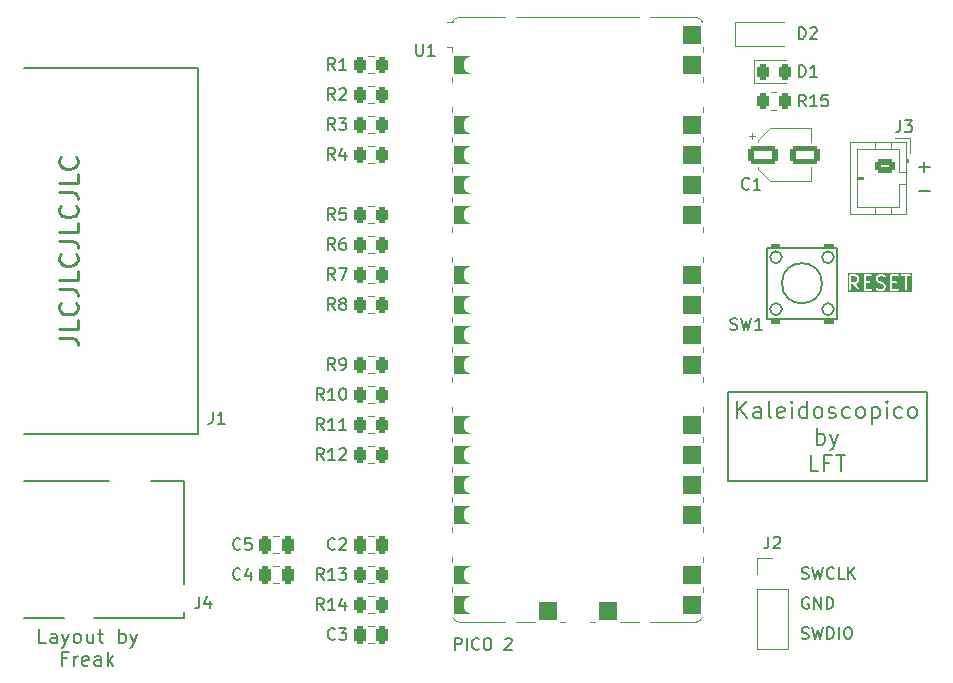
<source format=gbr>
%TF.GenerationSoftware,KiCad,Pcbnew,9.0.4*%
%TF.CreationDate,2025-09-20T17:35:25+02:00*%
%TF.ProjectId,demoboard,64656d6f-626f-4617-9264-2e6b69636164,-*%
%TF.SameCoordinates,PX6422c40PY7cee6c0*%
%TF.FileFunction,Legend,Top*%
%TF.FilePolarity,Positive*%
%FSLAX46Y46*%
G04 Gerber Fmt 4.6, Leading zero omitted, Abs format (unit mm)*
G04 Created by KiCad (PCBNEW 9.0.4) date 2025-09-20 17:35:25*
%MOMM*%
%LPD*%
G01*
G04 APERTURE LIST*
G04 Aperture macros list*
%AMRoundRect*
0 Rectangle with rounded corners*
0 $1 Rounding radius*
0 $2 $3 $4 $5 $6 $7 $8 $9 X,Y pos of 4 corners*
0 Add a 4 corners polygon primitive as box body*
4,1,4,$2,$3,$4,$5,$6,$7,$8,$9,$2,$3,0*
0 Add four circle primitives for the rounded corners*
1,1,$1+$1,$2,$3*
1,1,$1+$1,$4,$5*
1,1,$1+$1,$6,$7*
1,1,$1+$1,$8,$9*
0 Add four rect primitives between the rounded corners*
20,1,$1+$1,$2,$3,$4,$5,0*
20,1,$1+$1,$4,$5,$6,$7,0*
20,1,$1+$1,$6,$7,$8,$9,0*
20,1,$1+$1,$8,$9,$2,$3,0*%
%AMHorizOval*
0 Thick line with rounded ends*
0 $1 width*
0 $2 $3 position (X,Y) of the first rounded end (center of the circle)*
0 $4 $5 position (X,Y) of the second rounded end (center of the circle)*
0 Add line between two ends*
20,1,$1,$2,$3,$4,$5,0*
0 Add two circle primitives to create the rounded ends*
1,1,$1,$2,$3*
1,1,$1,$4,$5*%
%AMFreePoly0*
4,1,37,0.800000,0.796148,0.878414,0.796148,1.032228,0.765552,1.177117,0.705537,1.307515,0.618408,1.418408,0.507515,1.505537,0.377117,1.565552,0.232228,1.596148,0.078414,1.596148,-0.078414,1.565552,-0.232228,1.505537,-0.377117,1.418408,-0.507515,1.307515,-0.618408,1.177117,-0.705537,1.032228,-0.765552,0.878414,-0.796148,0.800000,-0.796148,0.800000,-0.800000,-1.400000,-0.800000,
-1.403843,-0.796157,-1.439018,-0.796157,-1.511114,-0.766294,-1.566294,-0.711114,-1.596157,-0.639018,-1.596157,-0.603843,-1.600000,-0.600000,-1.600000,0.600000,-1.596157,0.603843,-1.596157,0.639018,-1.566294,0.711114,-1.511114,0.766294,-1.439018,0.796157,-1.403843,0.796157,-1.400000,0.800000,0.800000,0.800000,0.800000,0.796148,0.800000,0.796148,$1*%
%AMFreePoly1*
4,1,37,1.403843,0.796157,1.439018,0.796157,1.511114,0.766294,1.566294,0.711114,1.596157,0.639018,1.596157,0.603843,1.600000,0.600000,1.600000,-0.600000,1.596157,-0.603843,1.596157,-0.639018,1.566294,-0.711114,1.511114,-0.766294,1.439018,-0.796157,1.403843,-0.796157,1.400000,-0.800000,-0.800000,-0.800000,-0.800000,-0.796148,-0.878414,-0.796148,-1.032228,-0.765552,-1.177117,-0.705537,
-1.307515,-0.618408,-1.418408,-0.507515,-1.505537,-0.377117,-1.565552,-0.232228,-1.596148,-0.078414,-1.596148,0.078414,-1.565552,0.232228,-1.505537,0.377117,-1.418408,0.507515,-1.307515,0.618408,-1.177117,0.705537,-1.032228,0.765552,-0.878414,0.796148,-0.800000,0.796148,-0.800000,0.800000,1.400000,0.800000,1.403843,0.796157,1.403843,0.796157,$1*%
%AMFreePoly2*
4,1,37,1.600000,0.796148,1.678414,0.796148,1.832228,0.765552,1.977117,0.705537,2.107515,0.618408,2.218408,0.507515,2.305537,0.377117,2.365552,0.232228,2.396148,0.078414,2.396148,-0.078414,2.365552,-0.232228,2.305537,-0.377117,2.218408,-0.507515,2.107515,-0.618408,1.977117,-0.705537,1.832228,-0.765552,1.678414,-0.796148,1.600000,-0.796148,1.600000,-0.800000,-0.600000,-0.800000,
-0.603843,-0.796157,-0.639018,-0.796157,-0.711114,-0.766294,-0.766294,-0.711114,-0.796157,-0.639018,-0.796157,-0.603843,-0.800000,-0.600000,-0.800000,0.600000,-0.796157,0.603843,-0.796157,0.639018,-0.766294,0.711114,-0.711114,0.766294,-0.639018,0.796157,-0.603843,0.796157,-0.600000,0.800000,1.600000,0.800000,1.600000,0.796148,1.600000,0.796148,$1*%
G04 Aperture macros list end*
%ADD10C,0.140000*%
%ADD11C,0.150000*%
%ADD12C,0.180000*%
%ADD13C,0.160000*%
%ADD14C,0.170000*%
%ADD15C,0.250000*%
%ADD16C,0.120000*%
%ADD17C,0.001000*%
%ADD18RoundRect,0.250000X0.262500X0.450000X-0.262500X0.450000X-0.262500X-0.450000X0.262500X-0.450000X0*%
%ADD19R,1.100000X1.300000*%
%ADD20O,2.800000X2.400000*%
%ADD21O,2.800000X2.200000*%
%ADD22O,2.400000X2.800000*%
%ADD23RoundRect,0.250000X-0.250000X-0.475000X0.250000X-0.475000X0.250000X0.475000X-0.250000X0.475000X0*%
%ADD24RoundRect,0.250000X0.250000X0.475000X-0.250000X0.475000X-0.250000X-0.475000X0.250000X-0.475000X0*%
%ADD25R,1.400000X1.700000*%
%ADD26C,2.500000*%
%ADD27RoundRect,0.250000X-0.262500X-0.450000X0.262500X-0.450000X0.262500X0.450000X-0.262500X0.450000X0*%
%ADD28RoundRect,0.243750X-0.243750X-0.456250X0.243750X-0.456250X0.243750X0.456250X-0.243750X0.456250X0*%
%ADD29R,1.700000X1.700000*%
%ADD30HorizOval,1.700000X0.000000X0.000000X0.000000X0.000000X0*%
%ADD31O,1.700000X1.700000*%
%ADD32RoundRect,0.250000X-0.625000X0.350000X-0.625000X-0.350000X0.625000X-0.350000X0.625000X0.350000X0*%
%ADD33O,1.750000X1.200000*%
%ADD34RoundRect,0.250000X-1.050000X-0.550000X1.050000X-0.550000X1.050000X0.550000X-1.050000X0.550000X0*%
%ADD35C,4.000000*%
%ADD36R,1.600000X1.600000*%
%ADD37C,1.600000*%
%ADD38O,1.100000X1.800000*%
%ADD39O,1.050000X1.450000*%
%ADD40FreePoly0,0.000000*%
%ADD41RoundRect,0.800000X-0.800000X-0.000010X0.800000X-0.000010X0.800000X0.000010X-0.800000X0.000010X0*%
%ADD42FreePoly1,0.000000*%
%ADD43RoundRect,0.800000X0.000010X-0.800000X0.000010X0.800000X-0.000010X0.800000X-0.000010X-0.800000X0*%
%ADD44FreePoly2,270.000000*%
G04 APERTURE END LIST*
D10*
X60200000Y23900000D02*
X77050000Y23900000D01*
X77050000Y16300000D01*
X60200000Y16300000D01*
X60200000Y23900000D01*
D11*
X37119048Y2045181D02*
X37119048Y3045181D01*
X37119048Y3045181D02*
X37500000Y3045181D01*
X37500000Y3045181D02*
X37595238Y2997562D01*
X37595238Y2997562D02*
X37642857Y2949943D01*
X37642857Y2949943D02*
X37690476Y2854705D01*
X37690476Y2854705D02*
X37690476Y2711848D01*
X37690476Y2711848D02*
X37642857Y2616610D01*
X37642857Y2616610D02*
X37595238Y2568991D01*
X37595238Y2568991D02*
X37500000Y2521372D01*
X37500000Y2521372D02*
X37119048Y2521372D01*
X38119048Y2045181D02*
X38119048Y3045181D01*
X39166666Y2140420D02*
X39119047Y2092800D01*
X39119047Y2092800D02*
X38976190Y2045181D01*
X38976190Y2045181D02*
X38880952Y2045181D01*
X38880952Y2045181D02*
X38738095Y2092800D01*
X38738095Y2092800D02*
X38642857Y2188039D01*
X38642857Y2188039D02*
X38595238Y2283277D01*
X38595238Y2283277D02*
X38547619Y2473753D01*
X38547619Y2473753D02*
X38547619Y2616610D01*
X38547619Y2616610D02*
X38595238Y2807086D01*
X38595238Y2807086D02*
X38642857Y2902324D01*
X38642857Y2902324D02*
X38738095Y2997562D01*
X38738095Y2997562D02*
X38880952Y3045181D01*
X38880952Y3045181D02*
X38976190Y3045181D01*
X38976190Y3045181D02*
X39119047Y2997562D01*
X39119047Y2997562D02*
X39166666Y2949943D01*
X39785714Y3045181D02*
X39976190Y3045181D01*
X39976190Y3045181D02*
X40071428Y2997562D01*
X40071428Y2997562D02*
X40166666Y2902324D01*
X40166666Y2902324D02*
X40214285Y2711848D01*
X40214285Y2711848D02*
X40214285Y2378515D01*
X40214285Y2378515D02*
X40166666Y2188039D01*
X40166666Y2188039D02*
X40071428Y2092800D01*
X40071428Y2092800D02*
X39976190Y2045181D01*
X39976190Y2045181D02*
X39785714Y2045181D01*
X39785714Y2045181D02*
X39690476Y2092800D01*
X39690476Y2092800D02*
X39595238Y2188039D01*
X39595238Y2188039D02*
X39547619Y2378515D01*
X39547619Y2378515D02*
X39547619Y2711848D01*
X39547619Y2711848D02*
X39595238Y2902324D01*
X39595238Y2902324D02*
X39690476Y2997562D01*
X39690476Y2997562D02*
X39785714Y3045181D01*
X41357143Y2949943D02*
X41404762Y2997562D01*
X41404762Y2997562D02*
X41500000Y3045181D01*
X41500000Y3045181D02*
X41738095Y3045181D01*
X41738095Y3045181D02*
X41833333Y2997562D01*
X41833333Y2997562D02*
X41880952Y2949943D01*
X41880952Y2949943D02*
X41928571Y2854705D01*
X41928571Y2854705D02*
X41928571Y2759467D01*
X41928571Y2759467D02*
X41880952Y2616610D01*
X41880952Y2616610D02*
X41309524Y2045181D01*
X41309524Y2045181D02*
X41928571Y2045181D01*
X67060588Y6457562D02*
X66965350Y6505181D01*
X66965350Y6505181D02*
X66822493Y6505181D01*
X66822493Y6505181D02*
X66679636Y6457562D01*
X66679636Y6457562D02*
X66584398Y6362324D01*
X66584398Y6362324D02*
X66536779Y6267086D01*
X66536779Y6267086D02*
X66489160Y6076610D01*
X66489160Y6076610D02*
X66489160Y5933753D01*
X66489160Y5933753D02*
X66536779Y5743277D01*
X66536779Y5743277D02*
X66584398Y5648039D01*
X66584398Y5648039D02*
X66679636Y5552800D01*
X66679636Y5552800D02*
X66822493Y5505181D01*
X66822493Y5505181D02*
X66917731Y5505181D01*
X66917731Y5505181D02*
X67060588Y5552800D01*
X67060588Y5552800D02*
X67108207Y5600420D01*
X67108207Y5600420D02*
X67108207Y5933753D01*
X67108207Y5933753D02*
X66917731Y5933753D01*
X67536779Y5505181D02*
X67536779Y6505181D01*
X67536779Y6505181D02*
X68108207Y5505181D01*
X68108207Y5505181D02*
X68108207Y6505181D01*
X68584398Y5505181D02*
X68584398Y6505181D01*
X68584398Y6505181D02*
X68822493Y6505181D01*
X68822493Y6505181D02*
X68965350Y6457562D01*
X68965350Y6457562D02*
X69060588Y6362324D01*
X69060588Y6362324D02*
X69108207Y6267086D01*
X69108207Y6267086D02*
X69155826Y6076610D01*
X69155826Y6076610D02*
X69155826Y5933753D01*
X69155826Y5933753D02*
X69108207Y5743277D01*
X69108207Y5743277D02*
X69060588Y5648039D01*
X69060588Y5648039D02*
X68965350Y5552800D01*
X68965350Y5552800D02*
X68822493Y5505181D01*
X68822493Y5505181D02*
X68584398Y5505181D01*
X66489160Y8092800D02*
X66632017Y8045181D01*
X66632017Y8045181D02*
X66870112Y8045181D01*
X66870112Y8045181D02*
X66965350Y8092800D01*
X66965350Y8092800D02*
X67012969Y8140420D01*
X67012969Y8140420D02*
X67060588Y8235658D01*
X67060588Y8235658D02*
X67060588Y8330896D01*
X67060588Y8330896D02*
X67012969Y8426134D01*
X67012969Y8426134D02*
X66965350Y8473753D01*
X66965350Y8473753D02*
X66870112Y8521372D01*
X66870112Y8521372D02*
X66679636Y8568991D01*
X66679636Y8568991D02*
X66584398Y8616610D01*
X66584398Y8616610D02*
X66536779Y8664229D01*
X66536779Y8664229D02*
X66489160Y8759467D01*
X66489160Y8759467D02*
X66489160Y8854705D01*
X66489160Y8854705D02*
X66536779Y8949943D01*
X66536779Y8949943D02*
X66584398Y8997562D01*
X66584398Y8997562D02*
X66679636Y9045181D01*
X66679636Y9045181D02*
X66917731Y9045181D01*
X66917731Y9045181D02*
X67060588Y8997562D01*
X67393922Y9045181D02*
X67632017Y8045181D01*
X67632017Y8045181D02*
X67822493Y8759467D01*
X67822493Y8759467D02*
X68012969Y8045181D01*
X68012969Y8045181D02*
X68251065Y9045181D01*
X69203445Y8140420D02*
X69155826Y8092800D01*
X69155826Y8092800D02*
X69012969Y8045181D01*
X69012969Y8045181D02*
X68917731Y8045181D01*
X68917731Y8045181D02*
X68774874Y8092800D01*
X68774874Y8092800D02*
X68679636Y8188039D01*
X68679636Y8188039D02*
X68632017Y8283277D01*
X68632017Y8283277D02*
X68584398Y8473753D01*
X68584398Y8473753D02*
X68584398Y8616610D01*
X68584398Y8616610D02*
X68632017Y8807086D01*
X68632017Y8807086D02*
X68679636Y8902324D01*
X68679636Y8902324D02*
X68774874Y8997562D01*
X68774874Y8997562D02*
X68917731Y9045181D01*
X68917731Y9045181D02*
X69012969Y9045181D01*
X69012969Y9045181D02*
X69155826Y8997562D01*
X69155826Y8997562D02*
X69203445Y8949943D01*
X70108207Y8045181D02*
X69632017Y8045181D01*
X69632017Y8045181D02*
X69632017Y9045181D01*
X70441541Y8045181D02*
X70441541Y9045181D01*
X71012969Y8045181D02*
X70584398Y8616610D01*
X71012969Y9045181D02*
X70441541Y8473753D01*
D12*
X61033332Y21665616D02*
X61033332Y23065616D01*
X61833332Y21665616D02*
X61233332Y22465616D01*
X61833332Y23065616D02*
X61033332Y22265616D01*
X63033332Y21665616D02*
X63033332Y22398949D01*
X63033332Y22398949D02*
X62966665Y22532282D01*
X62966665Y22532282D02*
X62833332Y22598949D01*
X62833332Y22598949D02*
X62566665Y22598949D01*
X62566665Y22598949D02*
X62433332Y22532282D01*
X63033332Y21732282D02*
X62899999Y21665616D01*
X62899999Y21665616D02*
X62566665Y21665616D01*
X62566665Y21665616D02*
X62433332Y21732282D01*
X62433332Y21732282D02*
X62366665Y21865616D01*
X62366665Y21865616D02*
X62366665Y21998949D01*
X62366665Y21998949D02*
X62433332Y22132282D01*
X62433332Y22132282D02*
X62566665Y22198949D01*
X62566665Y22198949D02*
X62899999Y22198949D01*
X62899999Y22198949D02*
X63033332Y22265616D01*
X63899999Y21665616D02*
X63766666Y21732282D01*
X63766666Y21732282D02*
X63699999Y21865616D01*
X63699999Y21865616D02*
X63699999Y23065616D01*
X64966665Y21732282D02*
X64833332Y21665616D01*
X64833332Y21665616D02*
X64566665Y21665616D01*
X64566665Y21665616D02*
X64433332Y21732282D01*
X64433332Y21732282D02*
X64366665Y21865616D01*
X64366665Y21865616D02*
X64366665Y22398949D01*
X64366665Y22398949D02*
X64433332Y22532282D01*
X64433332Y22532282D02*
X64566665Y22598949D01*
X64566665Y22598949D02*
X64833332Y22598949D01*
X64833332Y22598949D02*
X64966665Y22532282D01*
X64966665Y22532282D02*
X65033332Y22398949D01*
X65033332Y22398949D02*
X65033332Y22265616D01*
X65033332Y22265616D02*
X64366665Y22132282D01*
X65633332Y21665616D02*
X65633332Y22598949D01*
X65633332Y23065616D02*
X65566665Y22998949D01*
X65566665Y22998949D02*
X65633332Y22932282D01*
X65633332Y22932282D02*
X65699999Y22998949D01*
X65699999Y22998949D02*
X65633332Y23065616D01*
X65633332Y23065616D02*
X65633332Y22932282D01*
X66899999Y21665616D02*
X66899999Y23065616D01*
X66899999Y21732282D02*
X66766666Y21665616D01*
X66766666Y21665616D02*
X66499999Y21665616D01*
X66499999Y21665616D02*
X66366666Y21732282D01*
X66366666Y21732282D02*
X66299999Y21798949D01*
X66299999Y21798949D02*
X66233332Y21932282D01*
X66233332Y21932282D02*
X66233332Y22332282D01*
X66233332Y22332282D02*
X66299999Y22465616D01*
X66299999Y22465616D02*
X66366666Y22532282D01*
X66366666Y22532282D02*
X66499999Y22598949D01*
X66499999Y22598949D02*
X66766666Y22598949D01*
X66766666Y22598949D02*
X66899999Y22532282D01*
X67766666Y21665616D02*
X67633333Y21732282D01*
X67633333Y21732282D02*
X67566666Y21798949D01*
X67566666Y21798949D02*
X67499999Y21932282D01*
X67499999Y21932282D02*
X67499999Y22332282D01*
X67499999Y22332282D02*
X67566666Y22465616D01*
X67566666Y22465616D02*
X67633333Y22532282D01*
X67633333Y22532282D02*
X67766666Y22598949D01*
X67766666Y22598949D02*
X67966666Y22598949D01*
X67966666Y22598949D02*
X68099999Y22532282D01*
X68099999Y22532282D02*
X68166666Y22465616D01*
X68166666Y22465616D02*
X68233333Y22332282D01*
X68233333Y22332282D02*
X68233333Y21932282D01*
X68233333Y21932282D02*
X68166666Y21798949D01*
X68166666Y21798949D02*
X68099999Y21732282D01*
X68099999Y21732282D02*
X67966666Y21665616D01*
X67966666Y21665616D02*
X67766666Y21665616D01*
X68766666Y21732282D02*
X68900000Y21665616D01*
X68900000Y21665616D02*
X69166666Y21665616D01*
X69166666Y21665616D02*
X69300000Y21732282D01*
X69300000Y21732282D02*
X69366666Y21865616D01*
X69366666Y21865616D02*
X69366666Y21932282D01*
X69366666Y21932282D02*
X69300000Y22065616D01*
X69300000Y22065616D02*
X69166666Y22132282D01*
X69166666Y22132282D02*
X68966666Y22132282D01*
X68966666Y22132282D02*
X68833333Y22198949D01*
X68833333Y22198949D02*
X68766666Y22332282D01*
X68766666Y22332282D02*
X68766666Y22398949D01*
X68766666Y22398949D02*
X68833333Y22532282D01*
X68833333Y22532282D02*
X68966666Y22598949D01*
X68966666Y22598949D02*
X69166666Y22598949D01*
X69166666Y22598949D02*
X69300000Y22532282D01*
X70566666Y21732282D02*
X70433333Y21665616D01*
X70433333Y21665616D02*
X70166666Y21665616D01*
X70166666Y21665616D02*
X70033333Y21732282D01*
X70033333Y21732282D02*
X69966666Y21798949D01*
X69966666Y21798949D02*
X69899999Y21932282D01*
X69899999Y21932282D02*
X69899999Y22332282D01*
X69899999Y22332282D02*
X69966666Y22465616D01*
X69966666Y22465616D02*
X70033333Y22532282D01*
X70033333Y22532282D02*
X70166666Y22598949D01*
X70166666Y22598949D02*
X70433333Y22598949D01*
X70433333Y22598949D02*
X70566666Y22532282D01*
X71366666Y21665616D02*
X71233333Y21732282D01*
X71233333Y21732282D02*
X71166666Y21798949D01*
X71166666Y21798949D02*
X71099999Y21932282D01*
X71099999Y21932282D02*
X71099999Y22332282D01*
X71099999Y22332282D02*
X71166666Y22465616D01*
X71166666Y22465616D02*
X71233333Y22532282D01*
X71233333Y22532282D02*
X71366666Y22598949D01*
X71366666Y22598949D02*
X71566666Y22598949D01*
X71566666Y22598949D02*
X71699999Y22532282D01*
X71699999Y22532282D02*
X71766666Y22465616D01*
X71766666Y22465616D02*
X71833333Y22332282D01*
X71833333Y22332282D02*
X71833333Y21932282D01*
X71833333Y21932282D02*
X71766666Y21798949D01*
X71766666Y21798949D02*
X71699999Y21732282D01*
X71699999Y21732282D02*
X71566666Y21665616D01*
X71566666Y21665616D02*
X71366666Y21665616D01*
X72433333Y22598949D02*
X72433333Y21198949D01*
X72433333Y22532282D02*
X72566666Y22598949D01*
X72566666Y22598949D02*
X72833333Y22598949D01*
X72833333Y22598949D02*
X72966666Y22532282D01*
X72966666Y22532282D02*
X73033333Y22465616D01*
X73033333Y22465616D02*
X73100000Y22332282D01*
X73100000Y22332282D02*
X73100000Y21932282D01*
X73100000Y21932282D02*
X73033333Y21798949D01*
X73033333Y21798949D02*
X72966666Y21732282D01*
X72966666Y21732282D02*
X72833333Y21665616D01*
X72833333Y21665616D02*
X72566666Y21665616D01*
X72566666Y21665616D02*
X72433333Y21732282D01*
X73700000Y21665616D02*
X73700000Y22598949D01*
X73700000Y23065616D02*
X73633333Y22998949D01*
X73633333Y22998949D02*
X73700000Y22932282D01*
X73700000Y22932282D02*
X73766667Y22998949D01*
X73766667Y22998949D02*
X73700000Y23065616D01*
X73700000Y23065616D02*
X73700000Y22932282D01*
X74966667Y21732282D02*
X74833334Y21665616D01*
X74833334Y21665616D02*
X74566667Y21665616D01*
X74566667Y21665616D02*
X74433334Y21732282D01*
X74433334Y21732282D02*
X74366667Y21798949D01*
X74366667Y21798949D02*
X74300000Y21932282D01*
X74300000Y21932282D02*
X74300000Y22332282D01*
X74300000Y22332282D02*
X74366667Y22465616D01*
X74366667Y22465616D02*
X74433334Y22532282D01*
X74433334Y22532282D02*
X74566667Y22598949D01*
X74566667Y22598949D02*
X74833334Y22598949D01*
X74833334Y22598949D02*
X74966667Y22532282D01*
X75766667Y21665616D02*
X75633334Y21732282D01*
X75633334Y21732282D02*
X75566667Y21798949D01*
X75566667Y21798949D02*
X75500000Y21932282D01*
X75500000Y21932282D02*
X75500000Y22332282D01*
X75500000Y22332282D02*
X75566667Y22465616D01*
X75566667Y22465616D02*
X75633334Y22532282D01*
X75633334Y22532282D02*
X75766667Y22598949D01*
X75766667Y22598949D02*
X75966667Y22598949D01*
X75966667Y22598949D02*
X76100000Y22532282D01*
X76100000Y22532282D02*
X76166667Y22465616D01*
X76166667Y22465616D02*
X76233334Y22332282D01*
X76233334Y22332282D02*
X76233334Y21932282D01*
X76233334Y21932282D02*
X76166667Y21798949D01*
X76166667Y21798949D02*
X76100000Y21732282D01*
X76100000Y21732282D02*
X75966667Y21665616D01*
X75966667Y21665616D02*
X75766667Y21665616D01*
X67766666Y19411694D02*
X67766666Y20811694D01*
X67766666Y20278360D02*
X67899999Y20345027D01*
X67899999Y20345027D02*
X68166666Y20345027D01*
X68166666Y20345027D02*
X68299999Y20278360D01*
X68299999Y20278360D02*
X68366666Y20211694D01*
X68366666Y20211694D02*
X68433333Y20078360D01*
X68433333Y20078360D02*
X68433333Y19678360D01*
X68433333Y19678360D02*
X68366666Y19545027D01*
X68366666Y19545027D02*
X68299999Y19478360D01*
X68299999Y19478360D02*
X68166666Y19411694D01*
X68166666Y19411694D02*
X67899999Y19411694D01*
X67899999Y19411694D02*
X67766666Y19478360D01*
X68900000Y20345027D02*
X69233333Y19411694D01*
X69566666Y20345027D02*
X69233333Y19411694D01*
X69233333Y19411694D02*
X69100000Y19078360D01*
X69100000Y19078360D02*
X69033333Y19011694D01*
X69033333Y19011694D02*
X68900000Y18945027D01*
X67900000Y17157772D02*
X67233333Y17157772D01*
X67233333Y17157772D02*
X67233333Y18557772D01*
X68833333Y17891105D02*
X68366666Y17891105D01*
X68366666Y17157772D02*
X68366666Y18557772D01*
X68366666Y18557772D02*
X69033333Y18557772D01*
X69366666Y18557772D02*
X70166666Y18557772D01*
X69766666Y17157772D02*
X69766666Y18557772D01*
D11*
X66489160Y3012800D02*
X66632017Y2965181D01*
X66632017Y2965181D02*
X66870112Y2965181D01*
X66870112Y2965181D02*
X66965350Y3012800D01*
X66965350Y3012800D02*
X67012969Y3060420D01*
X67012969Y3060420D02*
X67060588Y3155658D01*
X67060588Y3155658D02*
X67060588Y3250896D01*
X67060588Y3250896D02*
X67012969Y3346134D01*
X67012969Y3346134D02*
X66965350Y3393753D01*
X66965350Y3393753D02*
X66870112Y3441372D01*
X66870112Y3441372D02*
X66679636Y3488991D01*
X66679636Y3488991D02*
X66584398Y3536610D01*
X66584398Y3536610D02*
X66536779Y3584229D01*
X66536779Y3584229D02*
X66489160Y3679467D01*
X66489160Y3679467D02*
X66489160Y3774705D01*
X66489160Y3774705D02*
X66536779Y3869943D01*
X66536779Y3869943D02*
X66584398Y3917562D01*
X66584398Y3917562D02*
X66679636Y3965181D01*
X66679636Y3965181D02*
X66917731Y3965181D01*
X66917731Y3965181D02*
X67060588Y3917562D01*
X67393922Y3965181D02*
X67632017Y2965181D01*
X67632017Y2965181D02*
X67822493Y3679467D01*
X67822493Y3679467D02*
X68012969Y2965181D01*
X68012969Y2965181D02*
X68251065Y3965181D01*
X68632017Y2965181D02*
X68632017Y3965181D01*
X68632017Y3965181D02*
X68870112Y3965181D01*
X68870112Y3965181D02*
X69012969Y3917562D01*
X69012969Y3917562D02*
X69108207Y3822324D01*
X69108207Y3822324D02*
X69155826Y3727086D01*
X69155826Y3727086D02*
X69203445Y3536610D01*
X69203445Y3536610D02*
X69203445Y3393753D01*
X69203445Y3393753D02*
X69155826Y3203277D01*
X69155826Y3203277D02*
X69108207Y3108039D01*
X69108207Y3108039D02*
X69012969Y3012800D01*
X69012969Y3012800D02*
X68870112Y2965181D01*
X68870112Y2965181D02*
X68632017Y2965181D01*
X69632017Y2965181D02*
X69632017Y3965181D01*
X70298683Y3965181D02*
X70489159Y3965181D01*
X70489159Y3965181D02*
X70584397Y3917562D01*
X70584397Y3917562D02*
X70679635Y3822324D01*
X70679635Y3822324D02*
X70727254Y3631848D01*
X70727254Y3631848D02*
X70727254Y3298515D01*
X70727254Y3298515D02*
X70679635Y3108039D01*
X70679635Y3108039D02*
X70584397Y3012800D01*
X70584397Y3012800D02*
X70489159Y2965181D01*
X70489159Y2965181D02*
X70298683Y2965181D01*
X70298683Y2965181D02*
X70203445Y3012800D01*
X70203445Y3012800D02*
X70108207Y3108039D01*
X70108207Y3108039D02*
X70060588Y3298515D01*
X70060588Y3298515D02*
X70060588Y3631848D01*
X70060588Y3631848D02*
X70108207Y3822324D01*
X70108207Y3822324D02*
X70203445Y3917562D01*
X70203445Y3917562D02*
X70298683Y3965181D01*
D13*
X2485714Y2619144D02*
X1914286Y2619144D01*
X1914286Y2619144D02*
X1914286Y3819144D01*
X3400001Y2619144D02*
X3400001Y3247715D01*
X3400001Y3247715D02*
X3342858Y3362001D01*
X3342858Y3362001D02*
X3228572Y3419144D01*
X3228572Y3419144D02*
X3000001Y3419144D01*
X3000001Y3419144D02*
X2885715Y3362001D01*
X3400001Y2676286D02*
X3285715Y2619144D01*
X3285715Y2619144D02*
X3000001Y2619144D01*
X3000001Y2619144D02*
X2885715Y2676286D01*
X2885715Y2676286D02*
X2828572Y2790572D01*
X2828572Y2790572D02*
X2828572Y2904858D01*
X2828572Y2904858D02*
X2885715Y3019144D01*
X2885715Y3019144D02*
X3000001Y3076286D01*
X3000001Y3076286D02*
X3285715Y3076286D01*
X3285715Y3076286D02*
X3400001Y3133429D01*
X3857143Y3419144D02*
X4142857Y2619144D01*
X4428572Y3419144D02*
X4142857Y2619144D01*
X4142857Y2619144D02*
X4028572Y2333429D01*
X4028572Y2333429D02*
X3971429Y2276286D01*
X3971429Y2276286D02*
X3857143Y2219144D01*
X5057143Y2619144D02*
X4942858Y2676286D01*
X4942858Y2676286D02*
X4885715Y2733429D01*
X4885715Y2733429D02*
X4828572Y2847715D01*
X4828572Y2847715D02*
X4828572Y3190572D01*
X4828572Y3190572D02*
X4885715Y3304858D01*
X4885715Y3304858D02*
X4942858Y3362001D01*
X4942858Y3362001D02*
X5057143Y3419144D01*
X5057143Y3419144D02*
X5228572Y3419144D01*
X5228572Y3419144D02*
X5342858Y3362001D01*
X5342858Y3362001D02*
X5400001Y3304858D01*
X5400001Y3304858D02*
X5457143Y3190572D01*
X5457143Y3190572D02*
X5457143Y2847715D01*
X5457143Y2847715D02*
X5400001Y2733429D01*
X5400001Y2733429D02*
X5342858Y2676286D01*
X5342858Y2676286D02*
X5228572Y2619144D01*
X5228572Y2619144D02*
X5057143Y2619144D01*
X6485715Y3419144D02*
X6485715Y2619144D01*
X5971429Y3419144D02*
X5971429Y2790572D01*
X5971429Y2790572D02*
X6028572Y2676286D01*
X6028572Y2676286D02*
X6142857Y2619144D01*
X6142857Y2619144D02*
X6314286Y2619144D01*
X6314286Y2619144D02*
X6428572Y2676286D01*
X6428572Y2676286D02*
X6485715Y2733429D01*
X6885714Y3419144D02*
X7342857Y3419144D01*
X7057143Y3819144D02*
X7057143Y2790572D01*
X7057143Y2790572D02*
X7114286Y2676286D01*
X7114286Y2676286D02*
X7228571Y2619144D01*
X7228571Y2619144D02*
X7342857Y2619144D01*
X8657143Y2619144D02*
X8657143Y3819144D01*
X8657143Y3362001D02*
X8771429Y3419144D01*
X8771429Y3419144D02*
X9000000Y3419144D01*
X9000000Y3419144D02*
X9114286Y3362001D01*
X9114286Y3362001D02*
X9171429Y3304858D01*
X9171429Y3304858D02*
X9228571Y3190572D01*
X9228571Y3190572D02*
X9228571Y2847715D01*
X9228571Y2847715D02*
X9171429Y2733429D01*
X9171429Y2733429D02*
X9114286Y2676286D01*
X9114286Y2676286D02*
X9000000Y2619144D01*
X9000000Y2619144D02*
X8771429Y2619144D01*
X8771429Y2619144D02*
X8657143Y2676286D01*
X9628571Y3419144D02*
X9914285Y2619144D01*
X10200000Y3419144D02*
X9914285Y2619144D01*
X9914285Y2619144D02*
X9800000Y2333429D01*
X9800000Y2333429D02*
X9742857Y2276286D01*
X9742857Y2276286D02*
X9628571Y2219144D01*
X4257143Y1315782D02*
X3857143Y1315782D01*
X3857143Y687211D02*
X3857143Y1887211D01*
X3857143Y1887211D02*
X4428571Y1887211D01*
X4885714Y687211D02*
X4885714Y1487211D01*
X4885714Y1258639D02*
X4942857Y1372925D01*
X4942857Y1372925D02*
X5000000Y1430068D01*
X5000000Y1430068D02*
X5114285Y1487211D01*
X5114285Y1487211D02*
X5228571Y1487211D01*
X6085714Y744353D02*
X5971428Y687211D01*
X5971428Y687211D02*
X5742857Y687211D01*
X5742857Y687211D02*
X5628571Y744353D01*
X5628571Y744353D02*
X5571428Y858639D01*
X5571428Y858639D02*
X5571428Y1315782D01*
X5571428Y1315782D02*
X5628571Y1430068D01*
X5628571Y1430068D02*
X5742857Y1487211D01*
X5742857Y1487211D02*
X5971428Y1487211D01*
X5971428Y1487211D02*
X6085714Y1430068D01*
X6085714Y1430068D02*
X6142857Y1315782D01*
X6142857Y1315782D02*
X6142857Y1201496D01*
X6142857Y1201496D02*
X5571428Y1087211D01*
X7171428Y687211D02*
X7171428Y1315782D01*
X7171428Y1315782D02*
X7114285Y1430068D01*
X7114285Y1430068D02*
X6999999Y1487211D01*
X6999999Y1487211D02*
X6771428Y1487211D01*
X6771428Y1487211D02*
X6657142Y1430068D01*
X7171428Y744353D02*
X7057142Y687211D01*
X7057142Y687211D02*
X6771428Y687211D01*
X6771428Y687211D02*
X6657142Y744353D01*
X6657142Y744353D02*
X6599999Y858639D01*
X6599999Y858639D02*
X6599999Y972925D01*
X6599999Y972925D02*
X6657142Y1087211D01*
X6657142Y1087211D02*
X6771428Y1144353D01*
X6771428Y1144353D02*
X7057142Y1144353D01*
X7057142Y1144353D02*
X7171428Y1201496D01*
X7742856Y687211D02*
X7742856Y1887211D01*
X7857142Y1144353D02*
X8199999Y687211D01*
X8199999Y1487211D02*
X7742856Y1030068D01*
D14*
X76397556Y42910840D02*
X77311842Y42910840D01*
X76854699Y42453698D02*
X76854699Y43367983D01*
X76397556Y40910840D02*
X77311842Y40910840D01*
D15*
X3597190Y28449524D02*
X4740047Y28449524D01*
X4740047Y28449524D02*
X4968619Y28373333D01*
X4968619Y28373333D02*
X5121000Y28220952D01*
X5121000Y28220952D02*
X5197190Y27992381D01*
X5197190Y27992381D02*
X5197190Y27840000D01*
X5197190Y29973334D02*
X5197190Y29211429D01*
X5197190Y29211429D02*
X3597190Y29211429D01*
X5044809Y31420953D02*
X5121000Y31344762D01*
X5121000Y31344762D02*
X5197190Y31116191D01*
X5197190Y31116191D02*
X5197190Y30963810D01*
X5197190Y30963810D02*
X5121000Y30735238D01*
X5121000Y30735238D02*
X4968619Y30582857D01*
X4968619Y30582857D02*
X4816238Y30506667D01*
X4816238Y30506667D02*
X4511476Y30430476D01*
X4511476Y30430476D02*
X4282904Y30430476D01*
X4282904Y30430476D02*
X3978142Y30506667D01*
X3978142Y30506667D02*
X3825761Y30582857D01*
X3825761Y30582857D02*
X3673380Y30735238D01*
X3673380Y30735238D02*
X3597190Y30963810D01*
X3597190Y30963810D02*
X3597190Y31116191D01*
X3597190Y31116191D02*
X3673380Y31344762D01*
X3673380Y31344762D02*
X3749571Y31420953D01*
X3597190Y32563810D02*
X4740047Y32563810D01*
X4740047Y32563810D02*
X4968619Y32487619D01*
X4968619Y32487619D02*
X5121000Y32335238D01*
X5121000Y32335238D02*
X5197190Y32106667D01*
X5197190Y32106667D02*
X5197190Y31954286D01*
X5197190Y34087620D02*
X5197190Y33325715D01*
X5197190Y33325715D02*
X3597190Y33325715D01*
X5044809Y35535239D02*
X5121000Y35459048D01*
X5121000Y35459048D02*
X5197190Y35230477D01*
X5197190Y35230477D02*
X5197190Y35078096D01*
X5197190Y35078096D02*
X5121000Y34849524D01*
X5121000Y34849524D02*
X4968619Y34697143D01*
X4968619Y34697143D02*
X4816238Y34620953D01*
X4816238Y34620953D02*
X4511476Y34544762D01*
X4511476Y34544762D02*
X4282904Y34544762D01*
X4282904Y34544762D02*
X3978142Y34620953D01*
X3978142Y34620953D02*
X3825761Y34697143D01*
X3825761Y34697143D02*
X3673380Y34849524D01*
X3673380Y34849524D02*
X3597190Y35078096D01*
X3597190Y35078096D02*
X3597190Y35230477D01*
X3597190Y35230477D02*
X3673380Y35459048D01*
X3673380Y35459048D02*
X3749571Y35535239D01*
X3597190Y36678096D02*
X4740047Y36678096D01*
X4740047Y36678096D02*
X4968619Y36601905D01*
X4968619Y36601905D02*
X5121000Y36449524D01*
X5121000Y36449524D02*
X5197190Y36220953D01*
X5197190Y36220953D02*
X5197190Y36068572D01*
X5197190Y38201906D02*
X5197190Y37440001D01*
X5197190Y37440001D02*
X3597190Y37440001D01*
X5044809Y39649525D02*
X5121000Y39573334D01*
X5121000Y39573334D02*
X5197190Y39344763D01*
X5197190Y39344763D02*
X5197190Y39192382D01*
X5197190Y39192382D02*
X5121000Y38963810D01*
X5121000Y38963810D02*
X4968619Y38811429D01*
X4968619Y38811429D02*
X4816238Y38735239D01*
X4816238Y38735239D02*
X4511476Y38659048D01*
X4511476Y38659048D02*
X4282904Y38659048D01*
X4282904Y38659048D02*
X3978142Y38735239D01*
X3978142Y38735239D02*
X3825761Y38811429D01*
X3825761Y38811429D02*
X3673380Y38963810D01*
X3673380Y38963810D02*
X3597190Y39192382D01*
X3597190Y39192382D02*
X3597190Y39344763D01*
X3597190Y39344763D02*
X3673380Y39573334D01*
X3673380Y39573334D02*
X3749571Y39649525D01*
X3597190Y40792382D02*
X4740047Y40792382D01*
X4740047Y40792382D02*
X4968619Y40716191D01*
X4968619Y40716191D02*
X5121000Y40563810D01*
X5121000Y40563810D02*
X5197190Y40335239D01*
X5197190Y40335239D02*
X5197190Y40182858D01*
X5197190Y42316192D02*
X5197190Y41554287D01*
X5197190Y41554287D02*
X3597190Y41554287D01*
X5044809Y43763811D02*
X5121000Y43687620D01*
X5121000Y43687620D02*
X5197190Y43459049D01*
X5197190Y43459049D02*
X5197190Y43306668D01*
X5197190Y43306668D02*
X5121000Y43078096D01*
X5121000Y43078096D02*
X4968619Y42925715D01*
X4968619Y42925715D02*
X4816238Y42849525D01*
X4816238Y42849525D02*
X4511476Y42773334D01*
X4511476Y42773334D02*
X4282904Y42773334D01*
X4282904Y42773334D02*
X3978142Y42849525D01*
X3978142Y42849525D02*
X3825761Y42925715D01*
X3825761Y42925715D02*
X3673380Y43078096D01*
X3673380Y43078096D02*
X3597190Y43306668D01*
X3597190Y43306668D02*
X3597190Y43459049D01*
X3597190Y43459049D02*
X3673380Y43687620D01*
X3673380Y43687620D02*
X3749571Y43763811D01*
D14*
G36*
X71118632Y33606699D02*
G01*
X71156270Y33569061D01*
X71198270Y33485061D01*
X71198270Y33353763D01*
X71156270Y33269763D01*
X71118632Y33232126D01*
X71034634Y33190126D01*
X70682556Y33190126D01*
X70682556Y33648698D01*
X71034634Y33648698D01*
X71118632Y33606699D01*
G37*
G36*
X75842827Y32315365D02*
G01*
X70379223Y32315365D01*
X70379223Y33733698D01*
X70512556Y33733698D01*
X70512556Y32533698D01*
X70514189Y32517115D01*
X70526881Y32486475D01*
X70550333Y32463023D01*
X70580973Y32450331D01*
X70614139Y32450331D01*
X70644779Y32463023D01*
X70668231Y32486475D01*
X70680923Y32517115D01*
X70682556Y32533698D01*
X70682556Y33020126D01*
X70839014Y33020126D01*
X71213635Y32484954D01*
X71224483Y32472305D01*
X71252451Y32454482D01*
X71285113Y32448718D01*
X71317493Y32455891D01*
X71344663Y32474911D01*
X71362486Y32502879D01*
X71368250Y32535541D01*
X71361077Y32567921D01*
X71352905Y32582442D01*
X71046526Y33020126D01*
X71054699Y33020126D01*
X71071282Y33021759D01*
X71074103Y33022928D01*
X71077150Y33023144D01*
X71092712Y33029100D01*
X71206998Y33086243D01*
X71214135Y33090737D01*
X71216207Y33091594D01*
X71218539Y33093509D01*
X71221100Y33095120D01*
X71222572Y33096819D01*
X71229088Y33102165D01*
X71286231Y33159308D01*
X71291579Y33165826D01*
X71293277Y33167297D01*
X71294886Y33169854D01*
X71296802Y33172188D01*
X71297661Y33174263D01*
X71302153Y33181399D01*
X71359296Y33295685D01*
X71365252Y33311248D01*
X71365468Y33314295D01*
X71366637Y33317115D01*
X71368270Y33333698D01*
X71368270Y33505126D01*
X71366637Y33521709D01*
X71365468Y33524530D01*
X71365252Y33527576D01*
X71359296Y33543139D01*
X71302153Y33657425D01*
X71297661Y33664562D01*
X71296802Y33666636D01*
X71294886Y33668971D01*
X71293277Y33671527D01*
X71291579Y33672999D01*
X71286231Y33679516D01*
X71232049Y33733698D01*
X71712556Y33733698D01*
X71712556Y32533698D01*
X71714189Y32517115D01*
X71726881Y32486475D01*
X71750333Y32463023D01*
X71780973Y32450331D01*
X71797556Y32448698D01*
X72368984Y32448698D01*
X72385567Y32450331D01*
X72416207Y32463023D01*
X72439659Y32486475D01*
X72452351Y32517115D01*
X72452351Y32550281D01*
X72439659Y32580921D01*
X72416207Y32604373D01*
X72385567Y32617065D01*
X72368984Y32618698D01*
X71882556Y32618698D01*
X71882556Y33077269D01*
X72197556Y33077269D01*
X72214139Y33078902D01*
X72244779Y33091594D01*
X72268231Y33115046D01*
X72280923Y33145686D01*
X72280923Y33178852D01*
X72268231Y33209492D01*
X72244779Y33232944D01*
X72214139Y33245636D01*
X72197556Y33247269D01*
X71882556Y33247269D01*
X71882556Y33505126D01*
X72741127Y33505126D01*
X72741127Y33390840D01*
X72742760Y33374257D01*
X72743928Y33371436D01*
X72744145Y33368389D01*
X72750101Y33352827D01*
X72807244Y33238541D01*
X72811737Y33231404D01*
X72812595Y33229332D01*
X72814509Y33227000D01*
X72816121Y33224439D01*
X72817819Y33222967D01*
X72823166Y33216451D01*
X72880309Y33159308D01*
X72886828Y33153958D01*
X72888298Y33152263D01*
X72890850Y33150657D01*
X72893189Y33148737D01*
X72895266Y33147877D01*
X72902400Y33143386D01*
X73016685Y33086243D01*
X73017896Y33085780D01*
X73018391Y33085413D01*
X73025347Y33082928D01*
X73032247Y33080287D01*
X73032860Y33080244D01*
X73034082Y33079807D01*
X73253603Y33024927D01*
X73347203Y32978127D01*
X73384841Y32940489D01*
X73426841Y32856489D01*
X73426841Y32782334D01*
X73384841Y32698334D01*
X73347203Y32660697D01*
X73263204Y32618698D01*
X73011349Y32618698D01*
X72853006Y32671478D01*
X72836758Y32675173D01*
X72803676Y32672821D01*
X72774012Y32657989D01*
X72752282Y32632935D01*
X72741794Y32601471D01*
X72744146Y32568389D01*
X72758978Y32538725D01*
X72784032Y32516995D01*
X72799248Y32510202D01*
X72970677Y32453060D01*
X72978897Y32451191D01*
X72980973Y32450331D01*
X72983980Y32450035D01*
X72986926Y32449365D01*
X72989165Y32449525D01*
X72997556Y32448698D01*
X73283270Y32448698D01*
X73299853Y32450331D01*
X73302674Y32451500D01*
X73305720Y32451716D01*
X73321283Y32457671D01*
X73435568Y32514813D01*
X73442706Y32519306D01*
X73444780Y32520165D01*
X73447114Y32522081D01*
X73449671Y32523690D01*
X73451141Y32525386D01*
X73457661Y32530736D01*
X73514803Y32587880D01*
X73520151Y32594397D01*
X73521848Y32595868D01*
X73523456Y32598425D01*
X73525374Y32600760D01*
X73526234Y32602837D01*
X73530724Y32609970D01*
X73587867Y32724256D01*
X73593823Y32739819D01*
X73594039Y32742866D01*
X73595208Y32745686D01*
X73596841Y32762269D01*
X73596841Y32876555D01*
X73595208Y32893138D01*
X73594039Y32895959D01*
X73593823Y32899006D01*
X73587867Y32914568D01*
X73530724Y33028853D01*
X73526234Y33035985D01*
X73525374Y33038063D01*
X73523453Y33040404D01*
X73521847Y33042955D01*
X73520153Y33044424D01*
X73514803Y33050943D01*
X73457661Y33108087D01*
X73451139Y33113440D01*
X73449671Y33115132D01*
X73447119Y33116739D01*
X73444780Y33118658D01*
X73442702Y33119519D01*
X73435569Y33124009D01*
X73321283Y33181152D01*
X73320073Y33181615D01*
X73319578Y33181982D01*
X73312612Y33184471D01*
X73305721Y33187108D01*
X73305107Y33187152D01*
X73303886Y33187588D01*
X73084366Y33242468D01*
X72990764Y33289269D01*
X72953126Y33326907D01*
X72911127Y33410906D01*
X72911127Y33485061D01*
X72953127Y33569061D01*
X72990764Y33606698D01*
X73074764Y33648698D01*
X73326619Y33648698D01*
X73484961Y33595917D01*
X73501210Y33592222D01*
X73534291Y33594574D01*
X73563956Y33609406D01*
X73585686Y33634460D01*
X73596174Y33665924D01*
X73593822Y33699005D01*
X73578990Y33728670D01*
X73573193Y33733698D01*
X73941127Y33733698D01*
X73941127Y32533698D01*
X73942760Y32517115D01*
X73955452Y32486475D01*
X73978904Y32463023D01*
X74009544Y32450331D01*
X74026127Y32448698D01*
X74597555Y32448698D01*
X74614138Y32450331D01*
X74644778Y32463023D01*
X74668230Y32486475D01*
X74680922Y32517115D01*
X74680922Y32550281D01*
X74668230Y32580921D01*
X74644778Y32604373D01*
X74614138Y32617065D01*
X74597555Y32618698D01*
X74111127Y32618698D01*
X74111127Y33077269D01*
X74426127Y33077269D01*
X74442710Y33078902D01*
X74473350Y33091594D01*
X74496802Y33115046D01*
X74509494Y33145686D01*
X74509494Y33178852D01*
X74496802Y33209492D01*
X74473350Y33232944D01*
X74442710Y33245636D01*
X74426127Y33247269D01*
X74111127Y33247269D01*
X74111127Y33648698D01*
X74597555Y33648698D01*
X74614138Y33650331D01*
X74644778Y33663023D01*
X74668230Y33686475D01*
X74680922Y33717115D01*
X74680922Y33750281D01*
X74857045Y33750281D01*
X74857045Y33717115D01*
X74869737Y33686475D01*
X74893189Y33663023D01*
X74923829Y33650331D01*
X74940412Y33648698D01*
X75198269Y33648698D01*
X75198269Y32533698D01*
X75199902Y32517115D01*
X75212594Y32486475D01*
X75236046Y32463023D01*
X75266686Y32450331D01*
X75299852Y32450331D01*
X75330492Y32463023D01*
X75353944Y32486475D01*
X75366636Y32517115D01*
X75368269Y32533698D01*
X75368269Y33648698D01*
X75626127Y33648698D01*
X75642710Y33650331D01*
X75673350Y33663023D01*
X75696802Y33686475D01*
X75709494Y33717115D01*
X75709494Y33750281D01*
X75696802Y33780921D01*
X75673350Y33804373D01*
X75642710Y33817065D01*
X75626127Y33818698D01*
X74940412Y33818698D01*
X74923829Y33817065D01*
X74893189Y33804373D01*
X74869737Y33780921D01*
X74857045Y33750281D01*
X74680922Y33750281D01*
X74668230Y33780921D01*
X74644778Y33804373D01*
X74614138Y33817065D01*
X74597555Y33818698D01*
X74026127Y33818698D01*
X74009544Y33817065D01*
X73978904Y33804373D01*
X73955452Y33780921D01*
X73942760Y33750281D01*
X73941127Y33733698D01*
X73573193Y33733698D01*
X73553936Y33750400D01*
X73538720Y33757193D01*
X73367293Y33814336D01*
X73359069Y33816206D01*
X73356996Y33817065D01*
X73353990Y33817361D01*
X73351044Y33818031D01*
X73348803Y33817872D01*
X73340413Y33818698D01*
X73054698Y33818698D01*
X73038115Y33817065D01*
X73035294Y33815897D01*
X73032247Y33815680D01*
X73016685Y33809724D01*
X72902400Y33752581D01*
X72895266Y33748091D01*
X72893189Y33747230D01*
X72890850Y33745311D01*
X72888298Y33743704D01*
X72886828Y33742010D01*
X72880309Y33736659D01*
X72823166Y33679516D01*
X72817816Y33672998D01*
X72816121Y33671527D01*
X72814511Y33668971D01*
X72812595Y33666635D01*
X72811735Y33664561D01*
X72807244Y33657425D01*
X72750101Y33543139D01*
X72744145Y33527577D01*
X72743928Y33524531D01*
X72742760Y33521709D01*
X72741127Y33505126D01*
X71882556Y33505126D01*
X71882556Y33648698D01*
X72368984Y33648698D01*
X72385567Y33650331D01*
X72416207Y33663023D01*
X72439659Y33686475D01*
X72452351Y33717115D01*
X72452351Y33750281D01*
X72439659Y33780921D01*
X72416207Y33804373D01*
X72385567Y33817065D01*
X72368984Y33818698D01*
X71797556Y33818698D01*
X71780973Y33817065D01*
X71750333Y33804373D01*
X71726881Y33780921D01*
X71714189Y33750281D01*
X71712556Y33733698D01*
X71232049Y33733698D01*
X71229088Y33736659D01*
X71222572Y33742006D01*
X71221100Y33743704D01*
X71218539Y33745316D01*
X71216207Y33747230D01*
X71214135Y33748088D01*
X71206998Y33752581D01*
X71092712Y33809724D01*
X71077150Y33815680D01*
X71074103Y33815897D01*
X71071282Y33817065D01*
X71054699Y33818698D01*
X70597556Y33818698D01*
X70580973Y33817065D01*
X70550333Y33804373D01*
X70526881Y33780921D01*
X70514189Y33750281D01*
X70512556Y33733698D01*
X70379223Y33733698D01*
X70379223Y33952031D01*
X75842827Y33952031D01*
X75842827Y32315365D01*
G37*
D11*
X26958458Y30815181D02*
X26625125Y31291372D01*
X26387030Y30815181D02*
X26387030Y31815181D01*
X26387030Y31815181D02*
X26767982Y31815181D01*
X26767982Y31815181D02*
X26863220Y31767562D01*
X26863220Y31767562D02*
X26910839Y31719943D01*
X26910839Y31719943D02*
X26958458Y31624705D01*
X26958458Y31624705D02*
X26958458Y31481848D01*
X26958458Y31481848D02*
X26910839Y31386610D01*
X26910839Y31386610D02*
X26863220Y31338991D01*
X26863220Y31338991D02*
X26767982Y31291372D01*
X26767982Y31291372D02*
X26387030Y31291372D01*
X27529887Y31386610D02*
X27434649Y31434229D01*
X27434649Y31434229D02*
X27387030Y31481848D01*
X27387030Y31481848D02*
X27339411Y31577086D01*
X27339411Y31577086D02*
X27339411Y31624705D01*
X27339411Y31624705D02*
X27387030Y31719943D01*
X27387030Y31719943D02*
X27434649Y31767562D01*
X27434649Y31767562D02*
X27529887Y31815181D01*
X27529887Y31815181D02*
X27720363Y31815181D01*
X27720363Y31815181D02*
X27815601Y31767562D01*
X27815601Y31767562D02*
X27863220Y31719943D01*
X27863220Y31719943D02*
X27910839Y31624705D01*
X27910839Y31624705D02*
X27910839Y31577086D01*
X27910839Y31577086D02*
X27863220Y31481848D01*
X27863220Y31481848D02*
X27815601Y31434229D01*
X27815601Y31434229D02*
X27720363Y31386610D01*
X27720363Y31386610D02*
X27529887Y31386610D01*
X27529887Y31386610D02*
X27434649Y31338991D01*
X27434649Y31338991D02*
X27387030Y31291372D01*
X27387030Y31291372D02*
X27339411Y31196134D01*
X27339411Y31196134D02*
X27339411Y31005658D01*
X27339411Y31005658D02*
X27387030Y30910420D01*
X27387030Y30910420D02*
X27434649Y30862800D01*
X27434649Y30862800D02*
X27529887Y30815181D01*
X27529887Y30815181D02*
X27720363Y30815181D01*
X27720363Y30815181D02*
X27815601Y30862800D01*
X27815601Y30862800D02*
X27863220Y30910420D01*
X27863220Y30910420D02*
X27910839Y31005658D01*
X27910839Y31005658D02*
X27910839Y31196134D01*
X27910839Y31196134D02*
X27863220Y31291372D01*
X27863220Y31291372D02*
X27815601Y31338991D01*
X27815601Y31338991D02*
X27720363Y31386610D01*
X26958458Y35895181D02*
X26625125Y36371372D01*
X26387030Y35895181D02*
X26387030Y36895181D01*
X26387030Y36895181D02*
X26767982Y36895181D01*
X26767982Y36895181D02*
X26863220Y36847562D01*
X26863220Y36847562D02*
X26910839Y36799943D01*
X26910839Y36799943D02*
X26958458Y36704705D01*
X26958458Y36704705D02*
X26958458Y36561848D01*
X26958458Y36561848D02*
X26910839Y36466610D01*
X26910839Y36466610D02*
X26863220Y36418991D01*
X26863220Y36418991D02*
X26767982Y36371372D01*
X26767982Y36371372D02*
X26387030Y36371372D01*
X27815601Y36895181D02*
X27625125Y36895181D01*
X27625125Y36895181D02*
X27529887Y36847562D01*
X27529887Y36847562D02*
X27482268Y36799943D01*
X27482268Y36799943D02*
X27387030Y36657086D01*
X27387030Y36657086D02*
X27339411Y36466610D01*
X27339411Y36466610D02*
X27339411Y36085658D01*
X27339411Y36085658D02*
X27387030Y35990420D01*
X27387030Y35990420D02*
X27434649Y35942800D01*
X27434649Y35942800D02*
X27529887Y35895181D01*
X27529887Y35895181D02*
X27720363Y35895181D01*
X27720363Y35895181D02*
X27815601Y35942800D01*
X27815601Y35942800D02*
X27863220Y35990420D01*
X27863220Y35990420D02*
X27910839Y36085658D01*
X27910839Y36085658D02*
X27910839Y36323753D01*
X27910839Y36323753D02*
X27863220Y36418991D01*
X27863220Y36418991D02*
X27815601Y36466610D01*
X27815601Y36466610D02*
X27720363Y36514229D01*
X27720363Y36514229D02*
X27529887Y36514229D01*
X27529887Y36514229D02*
X27434649Y36466610D01*
X27434649Y36466610D02*
X27387030Y36418991D01*
X27387030Y36418991D02*
X27339411Y36323753D01*
X26958458Y33355181D02*
X26625125Y33831372D01*
X26387030Y33355181D02*
X26387030Y34355181D01*
X26387030Y34355181D02*
X26767982Y34355181D01*
X26767982Y34355181D02*
X26863220Y34307562D01*
X26863220Y34307562D02*
X26910839Y34259943D01*
X26910839Y34259943D02*
X26958458Y34164705D01*
X26958458Y34164705D02*
X26958458Y34021848D01*
X26958458Y34021848D02*
X26910839Y33926610D01*
X26910839Y33926610D02*
X26863220Y33878991D01*
X26863220Y33878991D02*
X26767982Y33831372D01*
X26767982Y33831372D02*
X26387030Y33831372D01*
X27291792Y34355181D02*
X27958458Y34355181D01*
X27958458Y34355181D02*
X27529887Y33355181D01*
X66236779Y53745181D02*
X66236779Y54745181D01*
X66236779Y54745181D02*
X66474874Y54745181D01*
X66474874Y54745181D02*
X66617731Y54697562D01*
X66617731Y54697562D02*
X66712969Y54602324D01*
X66712969Y54602324D02*
X66760588Y54507086D01*
X66760588Y54507086D02*
X66808207Y54316610D01*
X66808207Y54316610D02*
X66808207Y54173753D01*
X66808207Y54173753D02*
X66760588Y53983277D01*
X66760588Y53983277D02*
X66712969Y53888039D01*
X66712969Y53888039D02*
X66617731Y53792800D01*
X66617731Y53792800D02*
X66474874Y53745181D01*
X66474874Y53745181D02*
X66236779Y53745181D01*
X67189160Y54649943D02*
X67236779Y54697562D01*
X67236779Y54697562D02*
X67332017Y54745181D01*
X67332017Y54745181D02*
X67570112Y54745181D01*
X67570112Y54745181D02*
X67665350Y54697562D01*
X67665350Y54697562D02*
X67712969Y54649943D01*
X67712969Y54649943D02*
X67760588Y54554705D01*
X67760588Y54554705D02*
X67760588Y54459467D01*
X67760588Y54459467D02*
X67712969Y54316610D01*
X67712969Y54316610D02*
X67141541Y53745181D01*
X67141541Y53745181D02*
X67760588Y53745181D01*
X15472493Y6545181D02*
X15472493Y5830896D01*
X15472493Y5830896D02*
X15424874Y5688039D01*
X15424874Y5688039D02*
X15329636Y5592800D01*
X15329636Y5592800D02*
X15186779Y5545181D01*
X15186779Y5545181D02*
X15091541Y5545181D01*
X16377255Y6211848D02*
X16377255Y5545181D01*
X16139160Y6592800D02*
X15901065Y5878515D01*
X15901065Y5878515D02*
X16520112Y5878515D01*
X26006077Y20655181D02*
X25672744Y21131372D01*
X25434649Y20655181D02*
X25434649Y21655181D01*
X25434649Y21655181D02*
X25815601Y21655181D01*
X25815601Y21655181D02*
X25910839Y21607562D01*
X25910839Y21607562D02*
X25958458Y21559943D01*
X25958458Y21559943D02*
X26006077Y21464705D01*
X26006077Y21464705D02*
X26006077Y21321848D01*
X26006077Y21321848D02*
X25958458Y21226610D01*
X25958458Y21226610D02*
X25910839Y21178991D01*
X25910839Y21178991D02*
X25815601Y21131372D01*
X25815601Y21131372D02*
X25434649Y21131372D01*
X26958458Y20655181D02*
X26387030Y20655181D01*
X26672744Y20655181D02*
X26672744Y21655181D01*
X26672744Y21655181D02*
X26577506Y21512324D01*
X26577506Y21512324D02*
X26482268Y21417086D01*
X26482268Y21417086D02*
X26387030Y21369467D01*
X27910839Y20655181D02*
X27339411Y20655181D01*
X27625125Y20655181D02*
X27625125Y21655181D01*
X27625125Y21655181D02*
X27529887Y21512324D01*
X27529887Y21512324D02*
X27434649Y21417086D01*
X27434649Y21417086D02*
X27339411Y21369467D01*
X26958458Y2970420D02*
X26910839Y2922800D01*
X26910839Y2922800D02*
X26767982Y2875181D01*
X26767982Y2875181D02*
X26672744Y2875181D01*
X26672744Y2875181D02*
X26529887Y2922800D01*
X26529887Y2922800D02*
X26434649Y3018039D01*
X26434649Y3018039D02*
X26387030Y3113277D01*
X26387030Y3113277D02*
X26339411Y3303753D01*
X26339411Y3303753D02*
X26339411Y3446610D01*
X26339411Y3446610D02*
X26387030Y3637086D01*
X26387030Y3637086D02*
X26434649Y3732324D01*
X26434649Y3732324D02*
X26529887Y3827562D01*
X26529887Y3827562D02*
X26672744Y3875181D01*
X26672744Y3875181D02*
X26767982Y3875181D01*
X26767982Y3875181D02*
X26910839Y3827562D01*
X26910839Y3827562D02*
X26958458Y3779943D01*
X27291792Y3875181D02*
X27910839Y3875181D01*
X27910839Y3875181D02*
X27577506Y3494229D01*
X27577506Y3494229D02*
X27720363Y3494229D01*
X27720363Y3494229D02*
X27815601Y3446610D01*
X27815601Y3446610D02*
X27863220Y3398991D01*
X27863220Y3398991D02*
X27910839Y3303753D01*
X27910839Y3303753D02*
X27910839Y3065658D01*
X27910839Y3065658D02*
X27863220Y2970420D01*
X27863220Y2970420D02*
X27815601Y2922800D01*
X27815601Y2922800D02*
X27720363Y2875181D01*
X27720363Y2875181D02*
X27434649Y2875181D01*
X27434649Y2875181D02*
X27339411Y2922800D01*
X27339411Y2922800D02*
X27291792Y2970420D01*
X26958458Y48595181D02*
X26625125Y49071372D01*
X26387030Y48595181D02*
X26387030Y49595181D01*
X26387030Y49595181D02*
X26767982Y49595181D01*
X26767982Y49595181D02*
X26863220Y49547562D01*
X26863220Y49547562D02*
X26910839Y49499943D01*
X26910839Y49499943D02*
X26958458Y49404705D01*
X26958458Y49404705D02*
X26958458Y49261848D01*
X26958458Y49261848D02*
X26910839Y49166610D01*
X26910839Y49166610D02*
X26863220Y49118991D01*
X26863220Y49118991D02*
X26767982Y49071372D01*
X26767982Y49071372D02*
X26387030Y49071372D01*
X27339411Y49499943D02*
X27387030Y49547562D01*
X27387030Y49547562D02*
X27482268Y49595181D01*
X27482268Y49595181D02*
X27720363Y49595181D01*
X27720363Y49595181D02*
X27815601Y49547562D01*
X27815601Y49547562D02*
X27863220Y49499943D01*
X27863220Y49499943D02*
X27910839Y49404705D01*
X27910839Y49404705D02*
X27910839Y49309467D01*
X27910839Y49309467D02*
X27863220Y49166610D01*
X27863220Y49166610D02*
X27291792Y48595181D01*
X27291792Y48595181D02*
X27910839Y48595181D01*
X18958458Y10590420D02*
X18910839Y10542800D01*
X18910839Y10542800D02*
X18767982Y10495181D01*
X18767982Y10495181D02*
X18672744Y10495181D01*
X18672744Y10495181D02*
X18529887Y10542800D01*
X18529887Y10542800D02*
X18434649Y10638039D01*
X18434649Y10638039D02*
X18387030Y10733277D01*
X18387030Y10733277D02*
X18339411Y10923753D01*
X18339411Y10923753D02*
X18339411Y11066610D01*
X18339411Y11066610D02*
X18387030Y11257086D01*
X18387030Y11257086D02*
X18434649Y11352324D01*
X18434649Y11352324D02*
X18529887Y11447562D01*
X18529887Y11447562D02*
X18672744Y11495181D01*
X18672744Y11495181D02*
X18767982Y11495181D01*
X18767982Y11495181D02*
X18910839Y11447562D01*
X18910839Y11447562D02*
X18958458Y11399943D01*
X19863220Y11495181D02*
X19387030Y11495181D01*
X19387030Y11495181D02*
X19339411Y11018991D01*
X19339411Y11018991D02*
X19387030Y11066610D01*
X19387030Y11066610D02*
X19482268Y11114229D01*
X19482268Y11114229D02*
X19720363Y11114229D01*
X19720363Y11114229D02*
X19815601Y11066610D01*
X19815601Y11066610D02*
X19863220Y11018991D01*
X19863220Y11018991D02*
X19910839Y10923753D01*
X19910839Y10923753D02*
X19910839Y10685658D01*
X19910839Y10685658D02*
X19863220Y10590420D01*
X19863220Y10590420D02*
X19815601Y10542800D01*
X19815601Y10542800D02*
X19720363Y10495181D01*
X19720363Y10495181D02*
X19482268Y10495181D01*
X19482268Y10495181D02*
X19387030Y10542800D01*
X19387030Y10542800D02*
X19339411Y10590420D01*
X18958458Y8050420D02*
X18910839Y8002800D01*
X18910839Y8002800D02*
X18767982Y7955181D01*
X18767982Y7955181D02*
X18672744Y7955181D01*
X18672744Y7955181D02*
X18529887Y8002800D01*
X18529887Y8002800D02*
X18434649Y8098039D01*
X18434649Y8098039D02*
X18387030Y8193277D01*
X18387030Y8193277D02*
X18339411Y8383753D01*
X18339411Y8383753D02*
X18339411Y8526610D01*
X18339411Y8526610D02*
X18387030Y8717086D01*
X18387030Y8717086D02*
X18434649Y8812324D01*
X18434649Y8812324D02*
X18529887Y8907562D01*
X18529887Y8907562D02*
X18672744Y8955181D01*
X18672744Y8955181D02*
X18767982Y8955181D01*
X18767982Y8955181D02*
X18910839Y8907562D01*
X18910839Y8907562D02*
X18958458Y8859943D01*
X19815601Y8621848D02*
X19815601Y7955181D01*
X19577506Y9002800D02*
X19339411Y8288515D01*
X19339411Y8288515D02*
X19958458Y8288515D01*
X60444173Y29172800D02*
X60587030Y29125181D01*
X60587030Y29125181D02*
X60825125Y29125181D01*
X60825125Y29125181D02*
X60920363Y29172800D01*
X60920363Y29172800D02*
X60967982Y29220420D01*
X60967982Y29220420D02*
X61015601Y29315658D01*
X61015601Y29315658D02*
X61015601Y29410896D01*
X61015601Y29410896D02*
X60967982Y29506134D01*
X60967982Y29506134D02*
X60920363Y29553753D01*
X60920363Y29553753D02*
X60825125Y29601372D01*
X60825125Y29601372D02*
X60634649Y29648991D01*
X60634649Y29648991D02*
X60539411Y29696610D01*
X60539411Y29696610D02*
X60491792Y29744229D01*
X60491792Y29744229D02*
X60444173Y29839467D01*
X60444173Y29839467D02*
X60444173Y29934705D01*
X60444173Y29934705D02*
X60491792Y30029943D01*
X60491792Y30029943D02*
X60539411Y30077562D01*
X60539411Y30077562D02*
X60634649Y30125181D01*
X60634649Y30125181D02*
X60872744Y30125181D01*
X60872744Y30125181D02*
X61015601Y30077562D01*
X61348935Y30125181D02*
X61587030Y29125181D01*
X61587030Y29125181D02*
X61777506Y29839467D01*
X61777506Y29839467D02*
X61967982Y29125181D01*
X61967982Y29125181D02*
X62206078Y30125181D01*
X63110839Y29125181D02*
X62539411Y29125181D01*
X62825125Y29125181D02*
X62825125Y30125181D01*
X62825125Y30125181D02*
X62729887Y29982324D01*
X62729887Y29982324D02*
X62634649Y29887086D01*
X62634649Y29887086D02*
X62539411Y29839467D01*
X26006077Y7955181D02*
X25672744Y8431372D01*
X25434649Y7955181D02*
X25434649Y8955181D01*
X25434649Y8955181D02*
X25815601Y8955181D01*
X25815601Y8955181D02*
X25910839Y8907562D01*
X25910839Y8907562D02*
X25958458Y8859943D01*
X25958458Y8859943D02*
X26006077Y8764705D01*
X26006077Y8764705D02*
X26006077Y8621848D01*
X26006077Y8621848D02*
X25958458Y8526610D01*
X25958458Y8526610D02*
X25910839Y8478991D01*
X25910839Y8478991D02*
X25815601Y8431372D01*
X25815601Y8431372D02*
X25434649Y8431372D01*
X26958458Y7955181D02*
X26387030Y7955181D01*
X26672744Y7955181D02*
X26672744Y8955181D01*
X26672744Y8955181D02*
X26577506Y8812324D01*
X26577506Y8812324D02*
X26482268Y8717086D01*
X26482268Y8717086D02*
X26387030Y8669467D01*
X27291792Y8955181D02*
X27910839Y8955181D01*
X27910839Y8955181D02*
X27577506Y8574229D01*
X27577506Y8574229D02*
X27720363Y8574229D01*
X27720363Y8574229D02*
X27815601Y8526610D01*
X27815601Y8526610D02*
X27863220Y8478991D01*
X27863220Y8478991D02*
X27910839Y8383753D01*
X27910839Y8383753D02*
X27910839Y8145658D01*
X27910839Y8145658D02*
X27863220Y8050420D01*
X27863220Y8050420D02*
X27815601Y8002800D01*
X27815601Y8002800D02*
X27720363Y7955181D01*
X27720363Y7955181D02*
X27434649Y7955181D01*
X27434649Y7955181D02*
X27339411Y8002800D01*
X27339411Y8002800D02*
X27291792Y8050420D01*
X66820707Y48045181D02*
X66487374Y48521372D01*
X66249279Y48045181D02*
X66249279Y49045181D01*
X66249279Y49045181D02*
X66630231Y49045181D01*
X66630231Y49045181D02*
X66725469Y48997562D01*
X66725469Y48997562D02*
X66773088Y48949943D01*
X66773088Y48949943D02*
X66820707Y48854705D01*
X66820707Y48854705D02*
X66820707Y48711848D01*
X66820707Y48711848D02*
X66773088Y48616610D01*
X66773088Y48616610D02*
X66725469Y48568991D01*
X66725469Y48568991D02*
X66630231Y48521372D01*
X66630231Y48521372D02*
X66249279Y48521372D01*
X67773088Y48045181D02*
X67201660Y48045181D01*
X67487374Y48045181D02*
X67487374Y49045181D01*
X67487374Y49045181D02*
X67392136Y48902324D01*
X67392136Y48902324D02*
X67296898Y48807086D01*
X67296898Y48807086D02*
X67201660Y48759467D01*
X68677850Y49045181D02*
X68201660Y49045181D01*
X68201660Y49045181D02*
X68154041Y48568991D01*
X68154041Y48568991D02*
X68201660Y48616610D01*
X68201660Y48616610D02*
X68296898Y48664229D01*
X68296898Y48664229D02*
X68534993Y48664229D01*
X68534993Y48664229D02*
X68630231Y48616610D01*
X68630231Y48616610D02*
X68677850Y48568991D01*
X68677850Y48568991D02*
X68725469Y48473753D01*
X68725469Y48473753D02*
X68725469Y48235658D01*
X68725469Y48235658D02*
X68677850Y48140420D01*
X68677850Y48140420D02*
X68630231Y48092800D01*
X68630231Y48092800D02*
X68534993Y48045181D01*
X68534993Y48045181D02*
X68296898Y48045181D01*
X68296898Y48045181D02*
X68201660Y48092800D01*
X68201660Y48092800D02*
X68154041Y48140420D01*
X26958458Y46055181D02*
X26625125Y46531372D01*
X26387030Y46055181D02*
X26387030Y47055181D01*
X26387030Y47055181D02*
X26767982Y47055181D01*
X26767982Y47055181D02*
X26863220Y47007562D01*
X26863220Y47007562D02*
X26910839Y46959943D01*
X26910839Y46959943D02*
X26958458Y46864705D01*
X26958458Y46864705D02*
X26958458Y46721848D01*
X26958458Y46721848D02*
X26910839Y46626610D01*
X26910839Y46626610D02*
X26863220Y46578991D01*
X26863220Y46578991D02*
X26767982Y46531372D01*
X26767982Y46531372D02*
X26387030Y46531372D01*
X27291792Y47055181D02*
X27910839Y47055181D01*
X27910839Y47055181D02*
X27577506Y46674229D01*
X27577506Y46674229D02*
X27720363Y46674229D01*
X27720363Y46674229D02*
X27815601Y46626610D01*
X27815601Y46626610D02*
X27863220Y46578991D01*
X27863220Y46578991D02*
X27910839Y46483753D01*
X27910839Y46483753D02*
X27910839Y46245658D01*
X27910839Y46245658D02*
X27863220Y46150420D01*
X27863220Y46150420D02*
X27815601Y46102800D01*
X27815601Y46102800D02*
X27720363Y46055181D01*
X27720363Y46055181D02*
X27434649Y46055181D01*
X27434649Y46055181D02*
X27339411Y46102800D01*
X27339411Y46102800D02*
X27291792Y46150420D01*
X26958458Y38435181D02*
X26625125Y38911372D01*
X26387030Y38435181D02*
X26387030Y39435181D01*
X26387030Y39435181D02*
X26767982Y39435181D01*
X26767982Y39435181D02*
X26863220Y39387562D01*
X26863220Y39387562D02*
X26910839Y39339943D01*
X26910839Y39339943D02*
X26958458Y39244705D01*
X26958458Y39244705D02*
X26958458Y39101848D01*
X26958458Y39101848D02*
X26910839Y39006610D01*
X26910839Y39006610D02*
X26863220Y38958991D01*
X26863220Y38958991D02*
X26767982Y38911372D01*
X26767982Y38911372D02*
X26387030Y38911372D01*
X27863220Y39435181D02*
X27387030Y39435181D01*
X27387030Y39435181D02*
X27339411Y38958991D01*
X27339411Y38958991D02*
X27387030Y39006610D01*
X27387030Y39006610D02*
X27482268Y39054229D01*
X27482268Y39054229D02*
X27720363Y39054229D01*
X27720363Y39054229D02*
X27815601Y39006610D01*
X27815601Y39006610D02*
X27863220Y38958991D01*
X27863220Y38958991D02*
X27910839Y38863753D01*
X27910839Y38863753D02*
X27910839Y38625658D01*
X27910839Y38625658D02*
X27863220Y38530420D01*
X27863220Y38530420D02*
X27815601Y38482800D01*
X27815601Y38482800D02*
X27720363Y38435181D01*
X27720363Y38435181D02*
X27482268Y38435181D01*
X27482268Y38435181D02*
X27387030Y38482800D01*
X27387030Y38482800D02*
X27339411Y38530420D01*
X66249279Y50545181D02*
X66249279Y51545181D01*
X66249279Y51545181D02*
X66487374Y51545181D01*
X66487374Y51545181D02*
X66630231Y51497562D01*
X66630231Y51497562D02*
X66725469Y51402324D01*
X66725469Y51402324D02*
X66773088Y51307086D01*
X66773088Y51307086D02*
X66820707Y51116610D01*
X66820707Y51116610D02*
X66820707Y50973753D01*
X66820707Y50973753D02*
X66773088Y50783277D01*
X66773088Y50783277D02*
X66725469Y50688039D01*
X66725469Y50688039D02*
X66630231Y50592800D01*
X66630231Y50592800D02*
X66487374Y50545181D01*
X66487374Y50545181D02*
X66249279Y50545181D01*
X67773088Y50545181D02*
X67201660Y50545181D01*
X67487374Y50545181D02*
X67487374Y51545181D01*
X67487374Y51545181D02*
X67392136Y51402324D01*
X67392136Y51402324D02*
X67296898Y51307086D01*
X67296898Y51307086D02*
X67201660Y51259467D01*
X26958458Y43515181D02*
X26625125Y43991372D01*
X26387030Y43515181D02*
X26387030Y44515181D01*
X26387030Y44515181D02*
X26767982Y44515181D01*
X26767982Y44515181D02*
X26863220Y44467562D01*
X26863220Y44467562D02*
X26910839Y44419943D01*
X26910839Y44419943D02*
X26958458Y44324705D01*
X26958458Y44324705D02*
X26958458Y44181848D01*
X26958458Y44181848D02*
X26910839Y44086610D01*
X26910839Y44086610D02*
X26863220Y44038991D01*
X26863220Y44038991D02*
X26767982Y43991372D01*
X26767982Y43991372D02*
X26387030Y43991372D01*
X27815601Y44181848D02*
X27815601Y43515181D01*
X27577506Y44562800D02*
X27339411Y43848515D01*
X27339411Y43848515D02*
X27958458Y43848515D01*
X26958458Y10590420D02*
X26910839Y10542800D01*
X26910839Y10542800D02*
X26767982Y10495181D01*
X26767982Y10495181D02*
X26672744Y10495181D01*
X26672744Y10495181D02*
X26529887Y10542800D01*
X26529887Y10542800D02*
X26434649Y10638039D01*
X26434649Y10638039D02*
X26387030Y10733277D01*
X26387030Y10733277D02*
X26339411Y10923753D01*
X26339411Y10923753D02*
X26339411Y11066610D01*
X26339411Y11066610D02*
X26387030Y11257086D01*
X26387030Y11257086D02*
X26434649Y11352324D01*
X26434649Y11352324D02*
X26529887Y11447562D01*
X26529887Y11447562D02*
X26672744Y11495181D01*
X26672744Y11495181D02*
X26767982Y11495181D01*
X26767982Y11495181D02*
X26910839Y11447562D01*
X26910839Y11447562D02*
X26958458Y11399943D01*
X27339411Y11399943D02*
X27387030Y11447562D01*
X27387030Y11447562D02*
X27482268Y11495181D01*
X27482268Y11495181D02*
X27720363Y11495181D01*
X27720363Y11495181D02*
X27815601Y11447562D01*
X27815601Y11447562D02*
X27863220Y11399943D01*
X27863220Y11399943D02*
X27910839Y11304705D01*
X27910839Y11304705D02*
X27910839Y11209467D01*
X27910839Y11209467D02*
X27863220Y11066610D01*
X27863220Y11066610D02*
X27291792Y10495181D01*
X27291792Y10495181D02*
X27910839Y10495181D01*
X26006077Y18115181D02*
X25672744Y18591372D01*
X25434649Y18115181D02*
X25434649Y19115181D01*
X25434649Y19115181D02*
X25815601Y19115181D01*
X25815601Y19115181D02*
X25910839Y19067562D01*
X25910839Y19067562D02*
X25958458Y19019943D01*
X25958458Y19019943D02*
X26006077Y18924705D01*
X26006077Y18924705D02*
X26006077Y18781848D01*
X26006077Y18781848D02*
X25958458Y18686610D01*
X25958458Y18686610D02*
X25910839Y18638991D01*
X25910839Y18638991D02*
X25815601Y18591372D01*
X25815601Y18591372D02*
X25434649Y18591372D01*
X26958458Y18115181D02*
X26387030Y18115181D01*
X26672744Y18115181D02*
X26672744Y19115181D01*
X26672744Y19115181D02*
X26577506Y18972324D01*
X26577506Y18972324D02*
X26482268Y18877086D01*
X26482268Y18877086D02*
X26387030Y18829467D01*
X27339411Y19019943D02*
X27387030Y19067562D01*
X27387030Y19067562D02*
X27482268Y19115181D01*
X27482268Y19115181D02*
X27720363Y19115181D01*
X27720363Y19115181D02*
X27815601Y19067562D01*
X27815601Y19067562D02*
X27863220Y19019943D01*
X27863220Y19019943D02*
X27910839Y18924705D01*
X27910839Y18924705D02*
X27910839Y18829467D01*
X27910839Y18829467D02*
X27863220Y18686610D01*
X27863220Y18686610D02*
X27291792Y18115181D01*
X27291792Y18115181D02*
X27910839Y18115181D01*
X63666666Y11630181D02*
X63666666Y10915896D01*
X63666666Y10915896D02*
X63619047Y10773039D01*
X63619047Y10773039D02*
X63523809Y10677800D01*
X63523809Y10677800D02*
X63380952Y10630181D01*
X63380952Y10630181D02*
X63285714Y10630181D01*
X64095238Y11534943D02*
X64142857Y11582562D01*
X64142857Y11582562D02*
X64238095Y11630181D01*
X64238095Y11630181D02*
X64476190Y11630181D01*
X64476190Y11630181D02*
X64571428Y11582562D01*
X64571428Y11582562D02*
X64619047Y11534943D01*
X64619047Y11534943D02*
X64666666Y11439705D01*
X64666666Y11439705D02*
X64666666Y11344467D01*
X64666666Y11344467D02*
X64619047Y11201610D01*
X64619047Y11201610D02*
X64047619Y10630181D01*
X64047619Y10630181D02*
X64666666Y10630181D01*
X74816666Y46870181D02*
X74816666Y46155896D01*
X74816666Y46155896D02*
X74769047Y46013039D01*
X74769047Y46013039D02*
X74673809Y45917800D01*
X74673809Y45917800D02*
X74530952Y45870181D01*
X74530952Y45870181D02*
X74435714Y45870181D01*
X75197619Y46870181D02*
X75816666Y46870181D01*
X75816666Y46870181D02*
X75483333Y46489229D01*
X75483333Y46489229D02*
X75626190Y46489229D01*
X75626190Y46489229D02*
X75721428Y46441610D01*
X75721428Y46441610D02*
X75769047Y46393991D01*
X75769047Y46393991D02*
X75816666Y46298753D01*
X75816666Y46298753D02*
X75816666Y46060658D01*
X75816666Y46060658D02*
X75769047Y45965420D01*
X75769047Y45965420D02*
X75721428Y45917800D01*
X75721428Y45917800D02*
X75626190Y45870181D01*
X75626190Y45870181D02*
X75340476Y45870181D01*
X75340476Y45870181D02*
X75245238Y45917800D01*
X75245238Y45917800D02*
X75197619Y45965420D01*
X26958458Y25735181D02*
X26625125Y26211372D01*
X26387030Y25735181D02*
X26387030Y26735181D01*
X26387030Y26735181D02*
X26767982Y26735181D01*
X26767982Y26735181D02*
X26863220Y26687562D01*
X26863220Y26687562D02*
X26910839Y26639943D01*
X26910839Y26639943D02*
X26958458Y26544705D01*
X26958458Y26544705D02*
X26958458Y26401848D01*
X26958458Y26401848D02*
X26910839Y26306610D01*
X26910839Y26306610D02*
X26863220Y26258991D01*
X26863220Y26258991D02*
X26767982Y26211372D01*
X26767982Y26211372D02*
X26387030Y26211372D01*
X27434649Y25735181D02*
X27625125Y25735181D01*
X27625125Y25735181D02*
X27720363Y25782800D01*
X27720363Y25782800D02*
X27767982Y25830420D01*
X27767982Y25830420D02*
X27863220Y25973277D01*
X27863220Y25973277D02*
X27910839Y26163753D01*
X27910839Y26163753D02*
X27910839Y26544705D01*
X27910839Y26544705D02*
X27863220Y26639943D01*
X27863220Y26639943D02*
X27815601Y26687562D01*
X27815601Y26687562D02*
X27720363Y26735181D01*
X27720363Y26735181D02*
X27529887Y26735181D01*
X27529887Y26735181D02*
X27434649Y26687562D01*
X27434649Y26687562D02*
X27387030Y26639943D01*
X27387030Y26639943D02*
X27339411Y26544705D01*
X27339411Y26544705D02*
X27339411Y26306610D01*
X27339411Y26306610D02*
X27387030Y26211372D01*
X27387030Y26211372D02*
X27434649Y26163753D01*
X27434649Y26163753D02*
X27529887Y26116134D01*
X27529887Y26116134D02*
X27720363Y26116134D01*
X27720363Y26116134D02*
X27815601Y26163753D01*
X27815601Y26163753D02*
X27863220Y26211372D01*
X27863220Y26211372D02*
X27910839Y26306610D01*
X62033333Y41090420D02*
X61985714Y41042800D01*
X61985714Y41042800D02*
X61842857Y40995181D01*
X61842857Y40995181D02*
X61747619Y40995181D01*
X61747619Y40995181D02*
X61604762Y41042800D01*
X61604762Y41042800D02*
X61509524Y41138039D01*
X61509524Y41138039D02*
X61461905Y41233277D01*
X61461905Y41233277D02*
X61414286Y41423753D01*
X61414286Y41423753D02*
X61414286Y41566610D01*
X61414286Y41566610D02*
X61461905Y41757086D01*
X61461905Y41757086D02*
X61509524Y41852324D01*
X61509524Y41852324D02*
X61604762Y41947562D01*
X61604762Y41947562D02*
X61747619Y41995181D01*
X61747619Y41995181D02*
X61842857Y41995181D01*
X61842857Y41995181D02*
X61985714Y41947562D01*
X61985714Y41947562D02*
X62033333Y41899943D01*
X62985714Y40995181D02*
X62414286Y40995181D01*
X62700000Y40995181D02*
X62700000Y41995181D01*
X62700000Y41995181D02*
X62604762Y41852324D01*
X62604762Y41852324D02*
X62509524Y41757086D01*
X62509524Y41757086D02*
X62414286Y41709467D01*
X16622493Y22195181D02*
X16622493Y21480896D01*
X16622493Y21480896D02*
X16574874Y21338039D01*
X16574874Y21338039D02*
X16479636Y21242800D01*
X16479636Y21242800D02*
X16336779Y21195181D01*
X16336779Y21195181D02*
X16241541Y21195181D01*
X17622493Y21195181D02*
X17051065Y21195181D01*
X17336779Y21195181D02*
X17336779Y22195181D01*
X17336779Y22195181D02*
X17241541Y22052324D01*
X17241541Y22052324D02*
X17146303Y21957086D01*
X17146303Y21957086D02*
X17051065Y21909467D01*
X26006077Y5415181D02*
X25672744Y5891372D01*
X25434649Y5415181D02*
X25434649Y6415181D01*
X25434649Y6415181D02*
X25815601Y6415181D01*
X25815601Y6415181D02*
X25910839Y6367562D01*
X25910839Y6367562D02*
X25958458Y6319943D01*
X25958458Y6319943D02*
X26006077Y6224705D01*
X26006077Y6224705D02*
X26006077Y6081848D01*
X26006077Y6081848D02*
X25958458Y5986610D01*
X25958458Y5986610D02*
X25910839Y5938991D01*
X25910839Y5938991D02*
X25815601Y5891372D01*
X25815601Y5891372D02*
X25434649Y5891372D01*
X26958458Y5415181D02*
X26387030Y5415181D01*
X26672744Y5415181D02*
X26672744Y6415181D01*
X26672744Y6415181D02*
X26577506Y6272324D01*
X26577506Y6272324D02*
X26482268Y6177086D01*
X26482268Y6177086D02*
X26387030Y6129467D01*
X27815601Y6081848D02*
X27815601Y5415181D01*
X27577506Y6462800D02*
X27339411Y5748515D01*
X27339411Y5748515D02*
X27958458Y5748515D01*
X33839411Y53345181D02*
X33839411Y52535658D01*
X33839411Y52535658D02*
X33887030Y52440420D01*
X33887030Y52440420D02*
X33934649Y52392800D01*
X33934649Y52392800D02*
X34029887Y52345181D01*
X34029887Y52345181D02*
X34220363Y52345181D01*
X34220363Y52345181D02*
X34315601Y52392800D01*
X34315601Y52392800D02*
X34363220Y52440420D01*
X34363220Y52440420D02*
X34410839Y52535658D01*
X34410839Y52535658D02*
X34410839Y53345181D01*
X35410839Y52345181D02*
X34839411Y52345181D01*
X35125125Y52345181D02*
X35125125Y53345181D01*
X35125125Y53345181D02*
X35029887Y53202324D01*
X35029887Y53202324D02*
X34934649Y53107086D01*
X34934649Y53107086D02*
X34839411Y53059467D01*
X26958458Y51135181D02*
X26625125Y51611372D01*
X26387030Y51135181D02*
X26387030Y52135181D01*
X26387030Y52135181D02*
X26767982Y52135181D01*
X26767982Y52135181D02*
X26863220Y52087562D01*
X26863220Y52087562D02*
X26910839Y52039943D01*
X26910839Y52039943D02*
X26958458Y51944705D01*
X26958458Y51944705D02*
X26958458Y51801848D01*
X26958458Y51801848D02*
X26910839Y51706610D01*
X26910839Y51706610D02*
X26863220Y51658991D01*
X26863220Y51658991D02*
X26767982Y51611372D01*
X26767982Y51611372D02*
X26387030Y51611372D01*
X27910839Y51135181D02*
X27339411Y51135181D01*
X27625125Y51135181D02*
X27625125Y52135181D01*
X27625125Y52135181D02*
X27529887Y51992324D01*
X27529887Y51992324D02*
X27434649Y51897086D01*
X27434649Y51897086D02*
X27339411Y51849467D01*
X26006077Y23195181D02*
X25672744Y23671372D01*
X25434649Y23195181D02*
X25434649Y24195181D01*
X25434649Y24195181D02*
X25815601Y24195181D01*
X25815601Y24195181D02*
X25910839Y24147562D01*
X25910839Y24147562D02*
X25958458Y24099943D01*
X25958458Y24099943D02*
X26006077Y24004705D01*
X26006077Y24004705D02*
X26006077Y23861848D01*
X26006077Y23861848D02*
X25958458Y23766610D01*
X25958458Y23766610D02*
X25910839Y23718991D01*
X25910839Y23718991D02*
X25815601Y23671372D01*
X25815601Y23671372D02*
X25434649Y23671372D01*
X26958458Y23195181D02*
X26387030Y23195181D01*
X26672744Y23195181D02*
X26672744Y24195181D01*
X26672744Y24195181D02*
X26577506Y24052324D01*
X26577506Y24052324D02*
X26482268Y23957086D01*
X26482268Y23957086D02*
X26387030Y23909467D01*
X27577506Y24195181D02*
X27672744Y24195181D01*
X27672744Y24195181D02*
X27767982Y24147562D01*
X27767982Y24147562D02*
X27815601Y24099943D01*
X27815601Y24099943D02*
X27863220Y24004705D01*
X27863220Y24004705D02*
X27910839Y23814229D01*
X27910839Y23814229D02*
X27910839Y23576134D01*
X27910839Y23576134D02*
X27863220Y23385658D01*
X27863220Y23385658D02*
X27815601Y23290420D01*
X27815601Y23290420D02*
X27767982Y23242800D01*
X27767982Y23242800D02*
X27672744Y23195181D01*
X27672744Y23195181D02*
X27577506Y23195181D01*
X27577506Y23195181D02*
X27482268Y23242800D01*
X27482268Y23242800D02*
X27434649Y23290420D01*
X27434649Y23290420D02*
X27387030Y23385658D01*
X27387030Y23385658D02*
X27339411Y23576134D01*
X27339411Y23576134D02*
X27339411Y23814229D01*
X27339411Y23814229D02*
X27387030Y24004705D01*
X27387030Y24004705D02*
X27434649Y24099943D01*
X27434649Y24099943D02*
X27482268Y24147562D01*
X27482268Y24147562D02*
X27577506Y24195181D01*
D16*
%TO.C,R8*%
X30227064Y32005000D02*
X29772936Y32005000D01*
X30227064Y30535000D02*
X29772936Y30535000D01*
%TO.C,R6*%
X30227064Y37085000D02*
X29772936Y37085000D01*
X30227064Y35615000D02*
X29772936Y35615000D01*
%TO.C,R7*%
X30227064Y34545000D02*
X29772936Y34545000D01*
X30227064Y33075000D02*
X29772936Y33075000D01*
%TO.C,D2*%
X60850000Y55200000D02*
X60850000Y53200000D01*
X60850000Y55200000D02*
X64950000Y55200000D01*
X60850000Y53200000D02*
X64950000Y53200000D01*
D11*
%TO.C,J4*%
X4000000Y4700000D02*
X600000Y4700000D01*
X6600000Y4700000D02*
X14200000Y4700000D01*
X7800000Y16300000D02*
X600000Y16300000D01*
X11400000Y16300000D02*
X14200000Y16300000D01*
X14200000Y7600000D02*
X14200000Y16300000D01*
X14200000Y5200000D02*
X14200000Y4700000D01*
D16*
%TO.C,R11*%
X30227064Y21845000D02*
X29772936Y21845000D01*
X30227064Y20375000D02*
X29772936Y20375000D01*
%TO.C,C3*%
X29738748Y4065000D02*
X30261252Y4065000D01*
X29738748Y2595000D02*
X30261252Y2595000D01*
%TO.C,R2*%
X30227064Y49785000D02*
X29772936Y49785000D01*
X30227064Y48315000D02*
X29772936Y48315000D01*
%TO.C,C5*%
X22261252Y11685000D02*
X21738748Y11685000D01*
X22261252Y10215000D02*
X21738748Y10215000D01*
%TO.C,C4*%
X22261252Y9145000D02*
X21738748Y9145000D01*
X22261252Y7675000D02*
X21738748Y7675000D01*
D11*
%TO.C,SW1*%
X63500000Y36080000D02*
X63500000Y30080000D01*
X63500000Y30080000D02*
X69500000Y30080000D01*
X69500000Y36080000D02*
X63500000Y36080000D01*
X69500000Y30080000D02*
X69500000Y36080000D01*
X64800000Y35280000D02*
G75*
G02*
X63800000Y35280000I-500000J0D01*
G01*
X63800000Y35280000D02*
G75*
G02*
X64800000Y35280000I500000J0D01*
G01*
X64800000Y30880000D02*
G75*
G02*
X63800000Y30880000I-500000J0D01*
G01*
X63800000Y30880000D02*
G75*
G02*
X64800000Y30880000I500000J0D01*
G01*
X68200000Y33080000D02*
G75*
G02*
X64800000Y33080000I-1700000J0D01*
G01*
X64800000Y33080000D02*
G75*
G02*
X68200000Y33080000I1700000J0D01*
G01*
X69200000Y35280000D02*
G75*
G02*
X68200000Y35280000I-500000J0D01*
G01*
X68200000Y35280000D02*
G75*
G02*
X69200000Y35280000I500000J0D01*
G01*
X69200000Y30880000D02*
G75*
G02*
X68200000Y30880000I-500000J0D01*
G01*
X68200000Y30880000D02*
G75*
G02*
X69200000Y30880000I500000J0D01*
G01*
D17*
X64600000Y36080000D02*
X63900000Y36080000D01*
X63900000Y36430000D01*
X64600000Y36430000D01*
X64600000Y36080000D01*
G36*
X64600000Y36080000D02*
G01*
X63900000Y36080000D01*
X63900000Y36430000D01*
X64600000Y36430000D01*
X64600000Y36080000D01*
G37*
X64600000Y29730000D02*
X63900000Y29730000D01*
X63900000Y30080000D01*
X64600000Y30080000D01*
X64600000Y29730000D01*
G36*
X64600000Y29730000D02*
G01*
X63900000Y29730000D01*
X63900000Y30080000D01*
X64600000Y30080000D01*
X64600000Y29730000D01*
G37*
X69100000Y36080000D02*
X68400000Y36080000D01*
X68400000Y36430000D01*
X69100000Y36430000D01*
X69100000Y36080000D01*
G36*
X69100000Y36080000D02*
G01*
X68400000Y36080000D01*
X68400000Y36430000D01*
X69100000Y36430000D01*
X69100000Y36080000D01*
G37*
X69100000Y29730000D02*
X68400000Y29730000D01*
X68400000Y30080000D01*
X69100000Y30080000D01*
X69100000Y29730000D01*
G36*
X69100000Y29730000D02*
G01*
X68400000Y29730000D01*
X68400000Y30080000D01*
X69100000Y30080000D01*
X69100000Y29730000D01*
G37*
D16*
%TO.C,R13*%
X30227064Y9145000D02*
X29772936Y9145000D01*
X30227064Y7675000D02*
X29772936Y7675000D01*
%TO.C,R15*%
X63885436Y49235000D02*
X64339564Y49235000D01*
X63885436Y47765000D02*
X64339564Y47765000D01*
%TO.C,R3*%
X30227064Y47245000D02*
X29772936Y47245000D01*
X30227064Y45775000D02*
X29772936Y45775000D01*
%TO.C,R5*%
X30227064Y39625000D02*
X29772936Y39625000D01*
X30227064Y38155000D02*
X29772936Y38155000D01*
%TO.C,D1*%
X62427500Y51960000D02*
X62427500Y50040000D01*
X62427500Y50040000D02*
X65112500Y50040000D01*
X65112500Y51960000D02*
X62427500Y51960000D01*
%TO.C,R4*%
X30227064Y44705000D02*
X29772936Y44705000D01*
X30227064Y43235000D02*
X29772936Y43235000D01*
%TO.C,C2*%
X29738748Y11685000D02*
X30261252Y11685000D01*
X29738748Y10215000D02*
X30261252Y10215000D01*
%TO.C,R12*%
X30227064Y19305000D02*
X29772936Y19305000D01*
X30227064Y17835000D02*
X29772936Y17835000D01*
%TO.C,J2*%
X62670000Y9830000D02*
X64000000Y9830000D01*
X62670000Y8500000D02*
X62670000Y9830000D01*
X62670000Y7230000D02*
X62670000Y2090000D01*
X62670000Y7230000D02*
X65330000Y7230000D01*
X62670000Y2090000D02*
X65330000Y2090000D01*
X65330000Y7230000D02*
X65330000Y2090000D01*
%TO.C,J3*%
X70590000Y45060000D02*
X70590000Y38940000D01*
X70590000Y38940000D02*
X75310000Y38940000D01*
X71200000Y44450000D02*
X71200000Y39550000D01*
X71200000Y42100000D02*
X71700000Y42100000D01*
X71200000Y42000000D02*
X71700000Y42000000D01*
X71200000Y39550000D02*
X74700000Y39550000D01*
X71700000Y42100000D02*
X71700000Y41900000D01*
X71700000Y41900000D02*
X71200000Y41900000D01*
X72700000Y45060000D02*
X72700000Y44450000D01*
X72700000Y38940000D02*
X72700000Y39550000D01*
X74000000Y45060000D02*
X74000000Y44450000D01*
X74000000Y38940000D02*
X74000000Y39550000D01*
X74700000Y44450000D02*
X71200000Y44450000D01*
X74700000Y42500000D02*
X74700000Y44450000D01*
X74700000Y41500000D02*
X75310000Y41500000D01*
X74700000Y39550000D02*
X74700000Y41500000D01*
X75310000Y45060000D02*
X70590000Y45060000D01*
X75310000Y43300000D02*
X75510000Y43300000D01*
X75310000Y42500000D02*
X74700000Y42500000D01*
X75310000Y38940000D02*
X75310000Y45060000D01*
X75410000Y43300000D02*
X75410000Y43600000D01*
X75510000Y43600000D02*
X75310000Y43600000D01*
X75510000Y43300000D02*
X75510000Y43600000D01*
X75610000Y45360000D02*
X74360000Y45360000D01*
X75610000Y44110000D02*
X75610000Y45360000D01*
%TO.C,R9*%
X30227064Y26925000D02*
X29772936Y26925000D01*
X30227064Y25455000D02*
X29772936Y25455000D01*
%TO.C,C1*%
X62000000Y45530000D02*
X62500000Y45530000D01*
X62250000Y45780000D02*
X62250000Y45280000D01*
X62740000Y45165563D02*
X62740000Y45030000D01*
X62740000Y45165563D02*
X63804437Y46230000D01*
X62740000Y42774437D02*
X62740000Y42910000D01*
X62740000Y42774437D02*
X63804437Y41710000D01*
X63804437Y46230000D02*
X67260000Y46230000D01*
X63804437Y41710000D02*
X67260000Y41710000D01*
X67260000Y46230000D02*
X67260000Y45030000D01*
X67260000Y41710000D02*
X67260000Y42910000D01*
D11*
%TO.C,J1*%
X600000Y51320000D02*
X15330000Y51320000D01*
X15330000Y51320000D02*
X15330000Y20350000D01*
X15330000Y20350000D02*
X600000Y20350000D01*
D16*
%TO.C,R14*%
X30227064Y6605000D02*
X29772936Y6605000D01*
X30227064Y5135000D02*
X29772936Y5135000D01*
%TO.C,U1*%
X36890000Y53070000D02*
X36410000Y53070000D01*
X36890000Y53070000D02*
X36890000Y52650000D01*
X36890000Y50530000D02*
X36890000Y50110000D01*
X36890000Y47990000D02*
X36890000Y47570000D01*
X36890000Y45450000D02*
X36890000Y45030000D01*
X36890000Y42910000D02*
X36890000Y42490000D01*
X36890000Y40370000D02*
X36890000Y39950000D01*
X36890000Y37830000D02*
X36890000Y37410000D01*
X36890000Y35290000D02*
X36890000Y34870000D01*
X36890000Y32750000D02*
X36890000Y32330000D01*
X36890000Y30210000D02*
X36890000Y29790000D01*
X36890000Y27670000D02*
X36890000Y27250000D01*
X36890000Y25130000D02*
X36890000Y24710000D01*
X36890000Y22590000D02*
X36890000Y22170000D01*
X36890000Y20050000D02*
X36890000Y19630000D01*
X36890000Y17510000D02*
X36890000Y17090000D01*
X36890000Y14970000D02*
X36890000Y14550000D01*
X36890000Y12430000D02*
X36890000Y12010000D01*
X36890000Y9890000D02*
X36890000Y9470000D01*
X36890000Y7350000D02*
X36890000Y6930000D01*
X36920324Y55190000D02*
X36410000Y55190000D01*
X37500000Y55610000D02*
X39990000Y55610000D01*
X37500000Y4390000D02*
X41337939Y4390000D01*
X39990000Y55610000D02*
X41337940Y55610000D01*
X42262061Y55610000D02*
X43265000Y55610000D01*
X43265000Y55610000D02*
X51735000Y55610000D01*
X43900000Y4390000D02*
X42262061Y4390000D01*
X46020000Y4390000D02*
X46440000Y4390000D01*
X48560000Y4390000D02*
X48980000Y4390000D01*
X51735000Y55610000D02*
X52737939Y55610000D01*
X52737939Y4390000D02*
X51100000Y4390000D01*
X53662061Y55610000D02*
X55010000Y55610000D01*
X53662061Y4390000D02*
X57500000Y4390000D01*
X57500000Y55610000D02*
X55010000Y55610000D01*
X58110000Y53070000D02*
X58110000Y52650000D01*
X58110000Y50530000D02*
X58110000Y50110000D01*
X58110000Y47990000D02*
X58110000Y47570000D01*
X58110000Y45450000D02*
X58110000Y45030000D01*
X58110000Y42910000D02*
X58110000Y42490000D01*
X58110000Y40370000D02*
X58110000Y39950000D01*
X58110000Y37830000D02*
X58110000Y37410000D01*
X58110000Y35290000D02*
X58110000Y34870000D01*
X58110000Y32750000D02*
X58110000Y32330000D01*
X58110000Y30210000D02*
X58110000Y29790000D01*
X58110000Y27670000D02*
X58110000Y27250000D01*
X58110000Y25130000D02*
X58110000Y24710000D01*
X58110000Y22590000D02*
X58110000Y22170000D01*
X58110000Y20050000D02*
X58110000Y19630000D01*
X58110000Y17510000D02*
X58110000Y17090000D01*
X58110000Y14970000D02*
X58110000Y14550000D01*
X58110000Y12430000D02*
X58110000Y12010000D01*
X58110000Y9890000D02*
X58110000Y9470000D01*
X58110000Y7350000D02*
X58110000Y6930000D01*
X36920324Y55190000D02*
G75*
G02*
X37500000Y55610000I579692J-190051D01*
G01*
X37500000Y4390000D02*
G75*
G02*
X36920324Y4810063I1J610002D01*
G01*
X57500000Y55610000D02*
G75*
G02*
X58079676Y55189937I0J-610000D01*
G01*
X58079676Y4810063D02*
G75*
G02*
X57500000Y4390052I-579476J189737D01*
G01*
%TO.C,R1*%
X30227064Y52325000D02*
X29772936Y52325000D01*
X30227064Y50855000D02*
X29772936Y50855000D01*
%TO.C,R10*%
X30227064Y24385000D02*
X29772936Y24385000D01*
X30227064Y22915000D02*
X29772936Y22915000D01*
%TD*%
%LPC*%
D18*
%TO.C,R8*%
X30912500Y31270000D03*
X29087500Y31270000D03*
%TD*%
%TO.C,R6*%
X30912500Y36350000D03*
X29087500Y36350000D03*
%TD*%
%TO.C,R7*%
X30912500Y33810000D03*
X29087500Y33810000D03*
%TD*%
D19*
%TO.C,D2*%
X61600000Y54200000D03*
X65000000Y54200000D03*
%TD*%
D20*
%TO.C,J4*%
X5300000Y5925000D03*
D21*
X9600000Y15750000D03*
D22*
X1700000Y10500000D03*
X12800000Y6450000D03*
D21*
X8300000Y13075000D03*
%TD*%
D18*
%TO.C,R11*%
X30912500Y21110000D03*
X29087500Y21110000D03*
%TD*%
D23*
%TO.C,C3*%
X29050000Y3330000D03*
X30950000Y3330000D03*
%TD*%
D18*
%TO.C,R2*%
X30912500Y49050000D03*
X29087500Y49050000D03*
%TD*%
D24*
%TO.C,C5*%
X22950000Y10950000D03*
X21050000Y10950000D03*
%TD*%
%TO.C,C4*%
X22950000Y8410000D03*
X21050000Y8410000D03*
%TD*%
D25*
%TO.C,SW1*%
X64250000Y28730000D03*
X64250000Y37430000D03*
X68750000Y28730000D03*
X68750000Y37430000D03*
%TD*%
D18*
%TO.C,R13*%
X30912500Y8410000D03*
X29087500Y8410000D03*
%TD*%
D26*
%TO.C,H2*%
X74000000Y52000000D03*
%TD*%
D27*
%TO.C,R15*%
X63200000Y48500000D03*
X65025000Y48500000D03*
%TD*%
D18*
%TO.C,R3*%
X30912500Y46510000D03*
X29087500Y46510000D03*
%TD*%
%TO.C,R5*%
X30912500Y38890000D03*
X29087500Y38890000D03*
%TD*%
D28*
%TO.C,D1*%
X63175000Y51000000D03*
X65050000Y51000000D03*
%TD*%
D18*
%TO.C,R4*%
X30912500Y43970000D03*
X29087500Y43970000D03*
%TD*%
D23*
%TO.C,C2*%
X29050000Y10950000D03*
X30950000Y10950000D03*
%TD*%
D18*
%TO.C,R12*%
X30912500Y18570000D03*
X29087500Y18570000D03*
%TD*%
D26*
%TO.C,H4*%
X74000000Y4000000D03*
%TD*%
%TO.C,H1*%
X20000000Y52000000D03*
%TD*%
%TO.C,H3*%
X20000000Y4000000D03*
%TD*%
D29*
%TO.C,J2*%
X64000000Y8500000D03*
D30*
X64000000Y5960000D03*
D31*
X64000000Y3420000D03*
%TD*%
D32*
%TO.C,J3*%
X73500000Y43000000D03*
D33*
X73500000Y41000000D03*
%TD*%
D18*
%TO.C,R9*%
X30912500Y26190000D03*
X29087500Y26190000D03*
%TD*%
D34*
%TO.C,C1*%
X63200000Y43970000D03*
X66800000Y43970000D03*
%TD*%
D35*
%TO.C,J1*%
X10960000Y48335000D03*
X10960000Y23335000D03*
D36*
X13500000Y31520000D03*
D37*
X13500000Y33810000D03*
X13500000Y36100000D03*
X13500000Y38390000D03*
X13500000Y40680000D03*
X10960000Y30375000D03*
X10960000Y32665000D03*
X10960000Y34955000D03*
X10960000Y37245000D03*
X10960000Y39535000D03*
X8420000Y31520000D03*
X8420000Y33810000D03*
X8420000Y36100000D03*
X8420000Y38390000D03*
X8420000Y40680000D03*
%TD*%
D18*
%TO.C,R14*%
X30912500Y5870000D03*
X29087500Y5870000D03*
%TD*%
D38*
%TO.C,U1*%
X44775000Y54000000D03*
D39*
X45075000Y50970000D03*
X49925000Y50970000D03*
D38*
X50225000Y54000000D03*
D40*
X37810000Y54130000D03*
D37*
X38610000Y54130000D03*
D41*
X37810000Y51590000D03*
D37*
X38610000Y51590000D03*
D42*
X37810000Y49050000D03*
D37*
X38610000Y49050000D03*
D41*
X37810000Y46510000D03*
D37*
X38610000Y46510000D03*
D41*
X37810000Y43970000D03*
D37*
X38610000Y43970000D03*
D41*
X37810000Y41430000D03*
D37*
X38610000Y41430000D03*
D41*
X37810000Y38890000D03*
D37*
X38610000Y38890000D03*
D42*
X37810000Y36350000D03*
D37*
X38610000Y36350000D03*
D41*
X37810000Y33810000D03*
D37*
X38610000Y33810000D03*
D41*
X37810000Y31270000D03*
D37*
X38610000Y31270000D03*
D41*
X37810000Y28730000D03*
D37*
X38610000Y28730000D03*
D41*
X37810000Y26190000D03*
D37*
X38610000Y26190000D03*
D42*
X37810000Y23650000D03*
D37*
X38610000Y23650000D03*
D41*
X37810000Y21110000D03*
D37*
X38610000Y21110000D03*
D41*
X37810000Y18570000D03*
D37*
X38610000Y18570000D03*
D41*
X37810000Y16030000D03*
D37*
X38610000Y16030000D03*
D41*
X37810000Y13490000D03*
D37*
X38610000Y13490000D03*
D42*
X37810000Y10950000D03*
D37*
X38610000Y10950000D03*
D41*
X37810000Y8410000D03*
D37*
X38610000Y8410000D03*
D41*
X37810000Y5870000D03*
D37*
X38610000Y5870000D03*
X56390000Y5870000D03*
D41*
X57190000Y5870000D03*
D37*
X56390000Y8410000D03*
D41*
X57190000Y8410000D03*
D37*
X56390000Y10950000D03*
D40*
X57190000Y10950000D03*
D37*
X56390000Y13490000D03*
D41*
X57190000Y13490000D03*
D37*
X56390000Y16030000D03*
D41*
X57190000Y16030000D03*
D37*
X56390000Y18570000D03*
D41*
X57190000Y18570000D03*
D37*
X56390000Y21110000D03*
D41*
X57190000Y21110000D03*
D37*
X56390000Y23650000D03*
D40*
X57190000Y23650000D03*
D37*
X56390000Y26190000D03*
D41*
X57190000Y26190000D03*
D37*
X56390000Y28730000D03*
D41*
X57190000Y28730000D03*
D37*
X56390000Y31270000D03*
D41*
X57190000Y31270000D03*
D37*
X56390000Y33810000D03*
D41*
X57190000Y33810000D03*
D37*
X56390000Y36350000D03*
D40*
X57190000Y36350000D03*
D37*
X56390000Y38890000D03*
D41*
X57190000Y38890000D03*
D37*
X56390000Y41430000D03*
D41*
X57190000Y41430000D03*
D37*
X56390000Y43970000D03*
D41*
X57190000Y43970000D03*
D37*
X56390000Y46510000D03*
D41*
X57190000Y46510000D03*
D37*
X56390000Y49050000D03*
D40*
X57190000Y49050000D03*
D37*
X56390000Y51590000D03*
D41*
X57190000Y51590000D03*
D37*
X56390000Y54130000D03*
D41*
X57190000Y54130000D03*
D37*
X44960000Y6100000D03*
D43*
X44960000Y5300000D03*
D37*
X47500000Y6100000D03*
D44*
X47500000Y6100000D03*
D37*
X50040000Y6100000D03*
D43*
X50040000Y5300000D03*
%TD*%
D18*
%TO.C,R1*%
X30912500Y51590000D03*
X29087500Y51590000D03*
%TD*%
%TO.C,R10*%
X30912500Y23650000D03*
X29087500Y23650000D03*
%TD*%
%LPD*%
M02*

</source>
